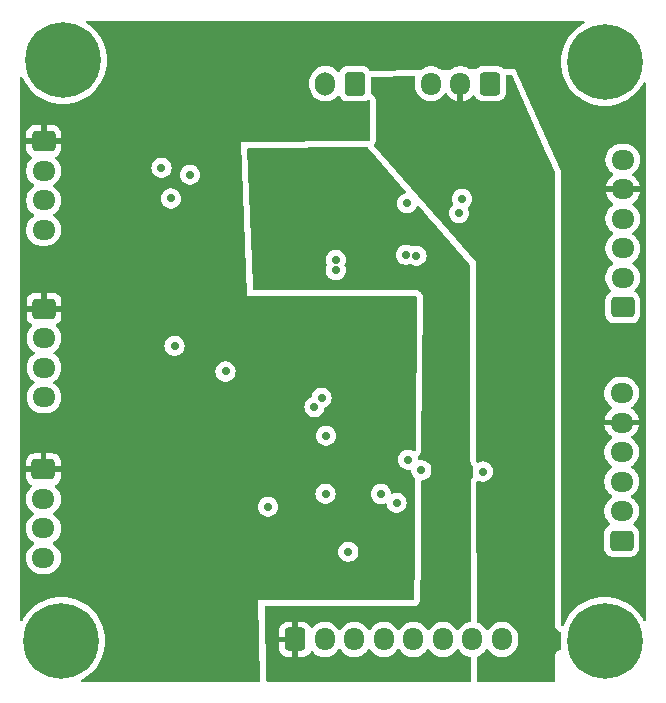
<source format=gbr>
%TF.GenerationSoftware,KiCad,Pcbnew,8.0.5*%
%TF.CreationDate,2024-10-08T13:01:26+02:00*%
%TF.ProjectId,ESE_AL8,4553455f-414c-4382-9e6b-696361645f70,rev?*%
%TF.SameCoordinates,Original*%
%TF.FileFunction,Copper,L3,Inr*%
%TF.FilePolarity,Positive*%
%FSLAX46Y46*%
G04 Gerber Fmt 4.6, Leading zero omitted, Abs format (unit mm)*
G04 Created by KiCad (PCBNEW 8.0.5) date 2024-10-08 13:01:26*
%MOMM*%
%LPD*%
G01*
G04 APERTURE LIST*
G04 Aperture macros list*
%AMRoundRect*
0 Rectangle with rounded corners*
0 $1 Rounding radius*
0 $2 $3 $4 $5 $6 $7 $8 $9 X,Y pos of 4 corners*
0 Add a 4 corners polygon primitive as box body*
4,1,4,$2,$3,$4,$5,$6,$7,$8,$9,$2,$3,0*
0 Add four circle primitives for the rounded corners*
1,1,$1+$1,$2,$3*
1,1,$1+$1,$4,$5*
1,1,$1+$1,$6,$7*
1,1,$1+$1,$8,$9*
0 Add four rect primitives between the rounded corners*
20,1,$1+$1,$2,$3,$4,$5,0*
20,1,$1+$1,$4,$5,$6,$7,0*
20,1,$1+$1,$6,$7,$8,$9,0*
20,1,$1+$1,$8,$9,$2,$3,0*%
G04 Aperture macros list end*
%TA.AperFunction,ComponentPad*%
%ADD10C,0.800000*%
%TD*%
%TA.AperFunction,ComponentPad*%
%ADD11C,6.400000*%
%TD*%
%TA.AperFunction,ComponentPad*%
%ADD12RoundRect,0.250000X0.725000X-0.600000X0.725000X0.600000X-0.725000X0.600000X-0.725000X-0.600000X0*%
%TD*%
%TA.AperFunction,ComponentPad*%
%ADD13O,1.950000X1.700000*%
%TD*%
%TA.AperFunction,ComponentPad*%
%ADD14RoundRect,0.250000X-0.725000X0.600000X-0.725000X-0.600000X0.725000X-0.600000X0.725000X0.600000X0*%
%TD*%
%TA.AperFunction,ComponentPad*%
%ADD15RoundRect,0.250000X0.600000X0.725000X-0.600000X0.725000X-0.600000X-0.725000X0.600000X-0.725000X0*%
%TD*%
%TA.AperFunction,ComponentPad*%
%ADD16O,1.700000X1.950000*%
%TD*%
%TA.AperFunction,ComponentPad*%
%ADD17RoundRect,0.250000X-0.600000X-0.725000X0.600000X-0.725000X0.600000X0.725000X-0.600000X0.725000X0*%
%TD*%
%TA.AperFunction,ComponentPad*%
%ADD18RoundRect,0.250000X0.600000X0.750000X-0.600000X0.750000X-0.600000X-0.750000X0.600000X-0.750000X0*%
%TD*%
%TA.AperFunction,ComponentPad*%
%ADD19O,1.700000X2.000000*%
%TD*%
%TA.AperFunction,ViaPad*%
%ADD20C,0.700000*%
%TD*%
G04 APERTURE END LIST*
D10*
%TO.N,GND*%
%TO.C,H4*%
X131600000Y-119000000D03*
X132302944Y-117302944D03*
X132302944Y-120697056D03*
X134000000Y-116600000D03*
D11*
X134000000Y-119000000D03*
D10*
X134000000Y-121400000D03*
X135697056Y-117302944D03*
X135697056Y-120697056D03*
X136400000Y-119000000D03*
%TD*%
%TO.N,GND*%
%TO.C,H3*%
X177600000Y-119000000D03*
X178302944Y-117302944D03*
X178302944Y-120697056D03*
X180000000Y-116600000D03*
D11*
X180000000Y-119000000D03*
D10*
X180000000Y-121400000D03*
X181697056Y-117302944D03*
X181697056Y-120697056D03*
X182400000Y-119000000D03*
%TD*%
D12*
%TO.N,/Actionneur/MOTEUR1-*%
%TO.C,J4*%
X181540000Y-90770000D03*
D13*
%TO.N,GND*%
X181540000Y-88270000D03*
%TO.N,/SENSORS/PHASE_A1*%
X181540000Y-85770000D03*
%TO.N,/SENSORS/PHASE_B1*%
X181540000Y-83270000D03*
%TO.N,+3.3V*%
X181540000Y-80770000D03*
%TO.N,/Actionneur/MOTEUR1+*%
X181540000Y-78270000D03*
%TD*%
D14*
%TO.N,+3.3V*%
%TO.C,J1*%
X132530000Y-90880000D03*
D13*
%TO.N,GND*%
X132530000Y-93380000D03*
%TO.N,/SENSORS/CB_OUT1*%
X132530000Y-95880000D03*
%TO.N,/SENSORS/CB_IN*%
X132530000Y-98380000D03*
%TD*%
D12*
%TO.N,/Actionneur/MOTEUR2-*%
%TO.C,J5*%
X181440000Y-110520000D03*
D13*
%TO.N,GND*%
X181440000Y-108020000D03*
%TO.N,/SENSORS/PHASE_A2*%
X181440000Y-105520000D03*
%TO.N,/SENSORS/PHASE_B2*%
X181440000Y-103020000D03*
%TO.N,+3.3V*%
X181440000Y-100520000D03*
%TO.N,/Actionneur/MOTEUR2+*%
X181440000Y-98020000D03*
%TD*%
D15*
%TO.N,unconnected-(SW2-C-Pad1)*%
%TO.C,SW2*%
X170290000Y-71830000D03*
D16*
%TO.N,+BATT*%
X167790000Y-71830000D03*
%TO.N,+7.2V*%
X165290000Y-71830000D03*
%TD*%
D14*
%TO.N,+3.3V*%
%TO.C,J8*%
X132500000Y-76710000D03*
D13*
%TO.N,GND*%
X132500000Y-79210000D03*
%TO.N,/Actionneur/SCL*%
X132500000Y-81710000D03*
%TO.N,/Actionneur/SDA*%
X132500000Y-84210000D03*
%TD*%
D14*
%TO.N,+3.3V*%
%TO.C,J2*%
X132490000Y-104490000D03*
D13*
%TO.N,GND*%
X132490000Y-106990000D03*
%TO.N,/SENSORS/CB_OUT2*%
X132490000Y-109490000D03*
%TO.N,/SENSORS/CB_IN*%
X132490000Y-111990000D03*
%TD*%
D17*
%TO.N,+5V*%
%TO.C,J3*%
X153810000Y-118890000D03*
D16*
%TO.N,/SENSORS/TX_LIDAR*%
X156310000Y-118890000D03*
%TO.N,/SENSORS/RX_LIDAR*%
X158810000Y-118890000D03*
%TO.N,GND*%
X161310000Y-118890000D03*
%TO.N,/SENSORS/M_EN_LIDAR*%
X163810000Y-118890000D03*
%TO.N,/SENSORS/DEV_EN_LIDAR*%
X166310000Y-118890000D03*
%TO.N,/SENSORS/M_SCTR_LIDAR*%
X168810000Y-118890000D03*
%TO.N,unconnected-(J3-Pin_8-Pad8)*%
X171310000Y-118890000D03*
%TD*%
D10*
%TO.N,GND*%
%TO.C,H2*%
X177600000Y-70000000D03*
X178302944Y-68302944D03*
X178302944Y-71697056D03*
X180000000Y-67600000D03*
D11*
X180000000Y-70000000D03*
D10*
X180000000Y-72400000D03*
X181697056Y-68302944D03*
X181697056Y-71697056D03*
X182400000Y-70000000D03*
%TD*%
D18*
%TO.N,+7.2V*%
%TO.C,J6*%
X158860000Y-71840000D03*
D19*
%TO.N,GND*%
X156360000Y-71840000D03*
%TD*%
D10*
%TO.N,GND*%
%TO.C,H1*%
X131740000Y-69840000D03*
X132442944Y-68142944D03*
X132442944Y-71537056D03*
X134140000Y-67440000D03*
D11*
X134140000Y-69840000D03*
D10*
X134140000Y-72240000D03*
X135837056Y-68142944D03*
X135837056Y-71537056D03*
X136540000Y-69840000D03*
%TD*%
D20*
%TO.N,+3.3V*%
X151170000Y-101780000D03*
X147440000Y-67560000D03*
%TO.N,GND*%
X143280000Y-81550000D03*
%TO.N,+3.3V*%
X138970000Y-92260000D03*
X138760000Y-87210000D03*
%TO.N,GND*%
X147900000Y-96200000D03*
%TO.N,+3.3V*%
X135870000Y-83880000D03*
X153640000Y-75500000D03*
%TO.N,GND*%
X156370000Y-106540000D03*
%TO.N,+3.3V*%
X160460000Y-112590000D03*
X161910000Y-104030000D03*
X161060000Y-95960000D03*
%TO.N,NRST*%
X151490000Y-107650000D03*
X142480000Y-78940000D03*
%TO.N,SWO*%
X156030000Y-98430000D03*
X144890000Y-79540000D03*
%TO.N,/SENSORS/TX_LIDAR*%
X158300000Y-111470000D03*
%TO.N,/SENSORS/PHASE_A1*%
X163340000Y-103660000D03*
%TO.N,/SENSORS/PHASE_B1*%
X164480000Y-104560000D03*
%TO.N,/SENSORS/PHASE_B2*%
X162380000Y-107310000D03*
%TO.N,/SENSORS/PHASE_A2*%
X156400000Y-101640000D03*
%TO.N,/SENSORS/INT1_ACCELERO*%
X155430000Y-99200000D03*
X143590000Y-94030000D03*
%TO.N,/Actionneur/FWD2*%
X169700000Y-104670000D03*
X161045023Y-106565023D03*
%TO.N,+BATT*%
X173190000Y-91030000D03*
X173680000Y-102360000D03*
X172950000Y-109930000D03*
X173880000Y-83340000D03*
X166820000Y-80650000D03*
%TO.N,/Alimentation/vcc*%
X167670000Y-82800000D03*
X164064199Y-86383239D03*
%TO.N,/Alimentation/sw*%
X157230000Y-86730000D03*
X163250000Y-81970000D03*
X157230000Y-87620000D03*
%TO.N,+5V*%
X166050000Y-89200000D03*
X167020000Y-96170000D03*
X166440000Y-93450000D03*
X155760000Y-79720000D03*
%TO.N,/Alimentation/en{slash}sync*%
X163166012Y-86326147D03*
X167920000Y-81580000D03*
%TD*%
%TA.AperFunction,Conductor*%
%TO.N,+3.3V*%
G36*
X178267646Y-66520185D02*
G01*
X178313401Y-66572989D01*
X178323345Y-66642147D01*
X178294320Y-66705703D01*
X178256902Y-66734985D01*
X178147206Y-66790877D01*
X177821917Y-67002122D01*
X177520488Y-67246215D01*
X177520480Y-67246222D01*
X177246222Y-67520480D01*
X177246215Y-67520488D01*
X177002122Y-67821917D01*
X176790877Y-68147206D01*
X176614787Y-68492802D01*
X176475788Y-68854905D01*
X176375397Y-69229570D01*
X176375397Y-69229572D01*
X176314722Y-69612660D01*
X176294422Y-69999999D01*
X176294422Y-70000000D01*
X176314722Y-70387339D01*
X176350056Y-70610427D01*
X176375398Y-70770433D01*
X176382973Y-70798705D01*
X176475788Y-71145094D01*
X176614787Y-71507197D01*
X176790877Y-71852793D01*
X177002122Y-72178082D01*
X177105902Y-72306239D01*
X177246219Y-72479516D01*
X177520484Y-72753781D01*
X177520488Y-72753784D01*
X177821917Y-72997877D01*
X178147206Y-73209122D01*
X178147211Y-73209125D01*
X178492806Y-73385214D01*
X178854913Y-73524214D01*
X179229567Y-73624602D01*
X179612662Y-73685278D01*
X179978576Y-73704455D01*
X179999999Y-73705578D01*
X180000000Y-73705578D01*
X180000001Y-73705578D01*
X180020301Y-73704514D01*
X180387338Y-73685278D01*
X180770433Y-73624602D01*
X181145087Y-73524214D01*
X181507194Y-73385214D01*
X181852789Y-73209125D01*
X182178084Y-72997876D01*
X182479516Y-72753781D01*
X182753781Y-72479516D01*
X182997876Y-72178084D01*
X183209125Y-71852789D01*
X183265015Y-71743097D01*
X183312989Y-71692302D01*
X183380810Y-71675507D01*
X183446945Y-71698044D01*
X183490397Y-71752759D01*
X183499500Y-71799393D01*
X183499500Y-117200606D01*
X183479815Y-117267645D01*
X183427011Y-117313400D01*
X183357853Y-117323344D01*
X183294297Y-117294319D01*
X183265015Y-117256901D01*
X183209122Y-117147206D01*
X182997877Y-116821917D01*
X182753784Y-116520488D01*
X182753781Y-116520484D01*
X182479516Y-116246219D01*
X182178084Y-116002124D01*
X182178082Y-116002122D01*
X181852793Y-115790877D01*
X181507197Y-115614787D01*
X181145094Y-115475788D01*
X181145087Y-115475786D01*
X180770433Y-115375398D01*
X180770429Y-115375397D01*
X180770428Y-115375397D01*
X180387339Y-115314722D01*
X180000001Y-115294422D01*
X179999999Y-115294422D01*
X179612660Y-115314722D01*
X179229572Y-115375397D01*
X179229570Y-115375397D01*
X178854905Y-115475788D01*
X178492802Y-115614787D01*
X178147206Y-115790877D01*
X177821917Y-116002122D01*
X177520488Y-116246215D01*
X177520480Y-116246222D01*
X177246222Y-116520480D01*
X177246215Y-116520488D01*
X177002122Y-116821917D01*
X176790877Y-117147206D01*
X176614787Y-117492802D01*
X176539764Y-117688245D01*
X176497362Y-117743777D01*
X176431668Y-117767570D01*
X176363540Y-117752068D01*
X176314607Y-117702195D01*
X176300000Y-117643807D01*
X176300000Y-97913713D01*
X179964500Y-97913713D01*
X179964500Y-98126286D01*
X179984441Y-98252192D01*
X179997754Y-98336243D01*
X180046506Y-98486287D01*
X180063444Y-98538414D01*
X180159951Y-98727820D01*
X180284890Y-98899786D01*
X180435209Y-99050105D01*
X180435214Y-99050109D01*
X180600218Y-99169991D01*
X180642884Y-99225320D01*
X180648863Y-99294934D01*
X180616258Y-99356729D01*
X180600218Y-99370627D01*
X180435540Y-99490272D01*
X180435535Y-99490276D01*
X180285276Y-99640535D01*
X180285272Y-99640540D01*
X180160379Y-99812442D01*
X180063904Y-100001782D01*
X179998242Y-100203870D01*
X179998242Y-100203873D01*
X179987769Y-100270000D01*
X181035854Y-100270000D01*
X180997370Y-100336657D01*
X180965000Y-100457465D01*
X180965000Y-100582535D01*
X180997370Y-100703343D01*
X181035854Y-100770000D01*
X179987769Y-100770000D01*
X179998242Y-100836126D01*
X179998242Y-100836129D01*
X180063904Y-101038217D01*
X180160379Y-101227557D01*
X180285272Y-101399459D01*
X180285276Y-101399464D01*
X180435535Y-101549723D01*
X180435540Y-101549727D01*
X180600218Y-101669372D01*
X180642884Y-101724701D01*
X180648863Y-101794315D01*
X180616258Y-101856110D01*
X180600218Y-101870008D01*
X180435214Y-101989890D01*
X180435209Y-101989894D01*
X180284890Y-102140213D01*
X180159951Y-102312179D01*
X180063444Y-102501585D01*
X179997753Y-102703760D01*
X179964500Y-102913713D01*
X179964500Y-103126286D01*
X179997753Y-103336239D01*
X180063444Y-103538414D01*
X180159951Y-103727820D01*
X180284890Y-103899786D01*
X180435209Y-104050105D01*
X180435214Y-104050109D01*
X180599793Y-104169682D01*
X180642459Y-104225011D01*
X180648438Y-104294625D01*
X180615833Y-104356420D01*
X180599793Y-104370318D01*
X180435214Y-104489890D01*
X180435209Y-104489894D01*
X180284890Y-104640213D01*
X180159951Y-104812179D01*
X180063444Y-105001585D01*
X179997753Y-105203760D01*
X179964500Y-105413713D01*
X179964500Y-105626286D01*
X179996727Y-105829763D01*
X179997754Y-105836243D01*
X180063093Y-106037336D01*
X180063444Y-106038414D01*
X180159951Y-106227820D01*
X180284890Y-106399786D01*
X180435209Y-106550105D01*
X180435214Y-106550109D01*
X180599793Y-106669682D01*
X180642459Y-106725011D01*
X180648438Y-106794625D01*
X180615833Y-106856420D01*
X180599793Y-106870318D01*
X180435214Y-106989890D01*
X180435209Y-106989894D01*
X180284890Y-107140213D01*
X180159951Y-107312179D01*
X180063444Y-107501585D01*
X179997753Y-107703760D01*
X179978106Y-107827807D01*
X179964500Y-107913713D01*
X179964500Y-108126287D01*
X179966622Y-108139682D01*
X179989720Y-108285523D01*
X179997754Y-108336243D01*
X180037931Y-108459896D01*
X180063444Y-108538414D01*
X180159951Y-108727820D01*
X180284890Y-108899786D01*
X180423705Y-109038601D01*
X180457190Y-109099924D01*
X180452206Y-109169616D01*
X180410334Y-109225549D01*
X180401121Y-109231821D01*
X180246342Y-109327289D01*
X180122289Y-109451342D01*
X180030187Y-109600663D01*
X180030186Y-109600666D01*
X179975001Y-109767203D01*
X179975001Y-109767204D01*
X179975000Y-109767204D01*
X179964500Y-109869983D01*
X179964500Y-111170001D01*
X179964501Y-111170018D01*
X179975000Y-111272796D01*
X179975001Y-111272799D01*
X180030185Y-111439331D01*
X180030186Y-111439334D01*
X180122288Y-111588656D01*
X180246344Y-111712712D01*
X180395666Y-111804814D01*
X180562203Y-111859999D01*
X180664991Y-111870500D01*
X182215008Y-111870499D01*
X182317797Y-111859999D01*
X182484334Y-111804814D01*
X182633656Y-111712712D01*
X182757712Y-111588656D01*
X182849814Y-111439334D01*
X182904999Y-111272797D01*
X182915500Y-111170009D01*
X182915499Y-109869992D01*
X182904999Y-109767203D01*
X182849814Y-109600666D01*
X182757712Y-109451344D01*
X182633656Y-109327288D01*
X182484334Y-109235186D01*
X182484333Y-109235185D01*
X182478878Y-109231821D01*
X182432154Y-109179873D01*
X182420931Y-109110910D01*
X182448775Y-109046828D01*
X182456272Y-109038623D01*
X182595104Y-108899792D01*
X182720051Y-108727816D01*
X182816557Y-108538412D01*
X182882246Y-108336243D01*
X182915500Y-108126287D01*
X182915500Y-107913713D01*
X182882246Y-107703757D01*
X182816557Y-107501588D01*
X182720051Y-107312184D01*
X182720049Y-107312181D01*
X182720048Y-107312179D01*
X182595109Y-107140213D01*
X182444792Y-106989896D01*
X182406622Y-106962164D01*
X182280204Y-106870316D01*
X182237540Y-106814989D01*
X182231561Y-106745376D01*
X182264166Y-106683580D01*
X182280199Y-106669686D01*
X182444792Y-106550104D01*
X182595104Y-106399792D01*
X182595106Y-106399788D01*
X182595109Y-106399786D01*
X182720048Y-106227820D01*
X182720047Y-106227820D01*
X182720051Y-106227816D01*
X182816557Y-106038412D01*
X182882246Y-105836243D01*
X182915500Y-105626287D01*
X182915500Y-105413713D01*
X182882246Y-105203757D01*
X182816557Y-105001588D01*
X182720051Y-104812184D01*
X182720049Y-104812181D01*
X182720048Y-104812179D01*
X182595109Y-104640213D01*
X182444792Y-104489896D01*
X182358862Y-104427465D01*
X182280204Y-104370316D01*
X182237540Y-104314989D01*
X182231561Y-104245376D01*
X182264166Y-104183580D01*
X182280199Y-104169686D01*
X182444792Y-104050104D01*
X182595104Y-103899792D01*
X182595106Y-103899788D01*
X182595109Y-103899786D01*
X182720048Y-103727820D01*
X182720047Y-103727820D01*
X182720051Y-103727816D01*
X182816557Y-103538412D01*
X182882246Y-103336243D01*
X182915500Y-103126287D01*
X182915500Y-102913713D01*
X182882246Y-102703757D01*
X182816557Y-102501588D01*
X182720051Y-102312184D01*
X182720049Y-102312181D01*
X182720048Y-102312179D01*
X182595109Y-102140213D01*
X182444790Y-101989894D01*
X182444785Y-101989890D01*
X182279781Y-101870008D01*
X182237115Y-101814678D01*
X182231136Y-101745065D01*
X182263741Y-101683270D01*
X182279781Y-101669371D01*
X182444466Y-101549721D01*
X182594723Y-101399464D01*
X182594727Y-101399459D01*
X182719620Y-101227557D01*
X182816095Y-101038217D01*
X182881757Y-100836129D01*
X182881757Y-100836126D01*
X182892231Y-100770000D01*
X181844146Y-100770000D01*
X181882630Y-100703343D01*
X181915000Y-100582535D01*
X181915000Y-100457465D01*
X181882630Y-100336657D01*
X181844146Y-100270000D01*
X182892231Y-100270000D01*
X182881757Y-100203873D01*
X182881757Y-100203870D01*
X182816095Y-100001782D01*
X182719620Y-99812442D01*
X182594727Y-99640540D01*
X182594723Y-99640535D01*
X182444464Y-99490276D01*
X182444459Y-99490272D01*
X182279781Y-99370627D01*
X182237115Y-99315297D01*
X182231136Y-99245684D01*
X182263741Y-99183889D01*
X182279776Y-99169994D01*
X182444792Y-99050104D01*
X182595104Y-98899792D01*
X182595106Y-98899788D01*
X182595109Y-98899786D01*
X182720048Y-98727820D01*
X182720047Y-98727820D01*
X182720051Y-98727816D01*
X182816557Y-98538412D01*
X182882246Y-98336243D01*
X182915500Y-98126287D01*
X182915500Y-97913713D01*
X182882246Y-97703757D01*
X182816557Y-97501588D01*
X182720051Y-97312184D01*
X182720049Y-97312181D01*
X182720048Y-97312179D01*
X182595109Y-97140213D01*
X182444786Y-96989890D01*
X182272820Y-96864951D01*
X182083414Y-96768444D01*
X182083413Y-96768443D01*
X182083412Y-96768443D01*
X181881243Y-96702754D01*
X181881241Y-96702753D01*
X181881240Y-96702753D01*
X181719957Y-96677208D01*
X181671287Y-96669500D01*
X181208713Y-96669500D01*
X181160042Y-96677208D01*
X180998760Y-96702753D01*
X180796585Y-96768444D01*
X180607179Y-96864951D01*
X180435213Y-96989890D01*
X180284890Y-97140213D01*
X180159951Y-97312179D01*
X180063444Y-97501585D01*
X179997753Y-97703760D01*
X179964500Y-97913713D01*
X176300000Y-97913713D01*
X176300000Y-79199999D01*
X176299999Y-79199997D01*
X175833971Y-78163713D01*
X180064500Y-78163713D01*
X180064500Y-78376287D01*
X180097754Y-78586243D01*
X180154925Y-78762197D01*
X180163444Y-78788414D01*
X180259951Y-78977820D01*
X180384890Y-79149786D01*
X180535209Y-79300105D01*
X180535214Y-79300109D01*
X180700218Y-79419991D01*
X180742884Y-79475320D01*
X180748863Y-79544934D01*
X180716258Y-79606729D01*
X180700218Y-79620627D01*
X180535540Y-79740272D01*
X180535535Y-79740276D01*
X180385276Y-79890535D01*
X180385272Y-79890540D01*
X180260379Y-80062442D01*
X180163904Y-80251782D01*
X180098242Y-80453870D01*
X180098242Y-80453873D01*
X180087769Y-80520000D01*
X181135854Y-80520000D01*
X181097370Y-80586657D01*
X181065000Y-80707465D01*
X181065000Y-80832535D01*
X181097370Y-80953343D01*
X181135854Y-81020000D01*
X180087769Y-81020000D01*
X180098242Y-81086126D01*
X180098242Y-81086129D01*
X180163904Y-81288217D01*
X180260379Y-81477557D01*
X180385272Y-81649459D01*
X180385276Y-81649464D01*
X180535535Y-81799723D01*
X180535540Y-81799727D01*
X180700218Y-81919372D01*
X180742884Y-81974701D01*
X180748863Y-82044315D01*
X180716258Y-82106110D01*
X180700218Y-82120008D01*
X180535214Y-82239890D01*
X180535209Y-82239894D01*
X180384890Y-82390213D01*
X180259951Y-82562179D01*
X180163444Y-82751585D01*
X180097753Y-82953760D01*
X180064500Y-83163713D01*
X180064500Y-83376286D01*
X180090526Y-83540612D01*
X180097754Y-83586243D01*
X180130763Y-83687835D01*
X180163444Y-83788414D01*
X180259951Y-83977820D01*
X180384890Y-84149786D01*
X180535209Y-84300105D01*
X180535214Y-84300109D01*
X180699793Y-84419682D01*
X180742459Y-84475011D01*
X180748438Y-84544625D01*
X180715833Y-84606420D01*
X180699793Y-84620318D01*
X180535214Y-84739890D01*
X180535209Y-84739894D01*
X180384890Y-84890213D01*
X180259951Y-85062179D01*
X180163444Y-85251585D01*
X180097753Y-85453760D01*
X180064500Y-85663713D01*
X180064500Y-85876286D01*
X180082413Y-85989388D01*
X180097754Y-86086243D01*
X180136482Y-86205436D01*
X180163444Y-86288414D01*
X180259951Y-86477820D01*
X180384890Y-86649786D01*
X180535209Y-86800105D01*
X180535214Y-86800109D01*
X180699793Y-86919682D01*
X180742459Y-86975011D01*
X180748438Y-87044625D01*
X180715833Y-87106420D01*
X180699793Y-87120318D01*
X180535214Y-87239890D01*
X180535209Y-87239894D01*
X180384890Y-87390213D01*
X180259951Y-87562179D01*
X180163444Y-87751585D01*
X180097753Y-87953760D01*
X180064500Y-88163713D01*
X180064500Y-88376286D01*
X180097753Y-88586239D01*
X180163444Y-88788414D01*
X180259951Y-88977820D01*
X180384890Y-89149786D01*
X180523705Y-89288601D01*
X180557190Y-89349924D01*
X180552206Y-89419616D01*
X180510334Y-89475549D01*
X180501121Y-89481821D01*
X180346342Y-89577289D01*
X180222289Y-89701342D01*
X180130187Y-89850663D01*
X180130186Y-89850666D01*
X180075001Y-90017203D01*
X180075001Y-90017204D01*
X180075000Y-90017204D01*
X180064500Y-90119983D01*
X180064500Y-91420001D01*
X180064501Y-91420018D01*
X180075000Y-91522796D01*
X180075001Y-91522799D01*
X180111416Y-91632690D01*
X180130186Y-91689334D01*
X180222288Y-91838656D01*
X180346344Y-91962712D01*
X180495666Y-92054814D01*
X180662203Y-92109999D01*
X180764991Y-92120500D01*
X182315008Y-92120499D01*
X182417797Y-92109999D01*
X182584334Y-92054814D01*
X182733656Y-91962712D01*
X182857712Y-91838656D01*
X182949814Y-91689334D01*
X183004999Y-91522797D01*
X183015500Y-91420009D01*
X183015499Y-90119992D01*
X183004999Y-90017203D01*
X182949814Y-89850666D01*
X182857712Y-89701344D01*
X182733656Y-89577288D01*
X182584334Y-89485186D01*
X182584333Y-89485185D01*
X182578878Y-89481821D01*
X182532154Y-89429873D01*
X182520931Y-89360910D01*
X182548775Y-89296828D01*
X182556272Y-89288623D01*
X182695104Y-89149792D01*
X182820051Y-88977816D01*
X182916557Y-88788412D01*
X182982246Y-88586243D01*
X183015500Y-88376287D01*
X183015500Y-88163713D01*
X182982246Y-87953757D01*
X182916557Y-87751588D01*
X182820051Y-87562184D01*
X182820049Y-87562181D01*
X182820048Y-87562179D01*
X182695109Y-87390213D01*
X182544792Y-87239896D01*
X182544784Y-87239890D01*
X182380204Y-87120316D01*
X182337540Y-87064989D01*
X182331561Y-86995376D01*
X182364166Y-86933580D01*
X182380199Y-86919686D01*
X182544792Y-86800104D01*
X182695104Y-86649792D01*
X182695106Y-86649788D01*
X182695109Y-86649786D01*
X182820048Y-86477820D01*
X182820047Y-86477820D01*
X182820051Y-86477816D01*
X182916557Y-86288412D01*
X182982246Y-86086243D01*
X183015500Y-85876287D01*
X183015500Y-85663713D01*
X182982246Y-85453757D01*
X182916557Y-85251588D01*
X182820051Y-85062184D01*
X182820049Y-85062181D01*
X182820048Y-85062179D01*
X182695109Y-84890213D01*
X182544792Y-84739896D01*
X182528988Y-84728414D01*
X182380204Y-84620316D01*
X182337540Y-84564989D01*
X182331561Y-84495376D01*
X182364166Y-84433580D01*
X182380199Y-84419686D01*
X182544792Y-84300104D01*
X182695104Y-84149792D01*
X182695106Y-84149788D01*
X182695109Y-84149786D01*
X182820048Y-83977820D01*
X182820047Y-83977820D01*
X182820051Y-83977816D01*
X182916557Y-83788412D01*
X182982246Y-83586243D01*
X183015500Y-83376287D01*
X183015500Y-83163713D01*
X182982246Y-82953757D01*
X182916557Y-82751588D01*
X182820051Y-82562184D01*
X182820049Y-82562181D01*
X182820048Y-82562179D01*
X182695109Y-82390213D01*
X182544790Y-82239894D01*
X182544785Y-82239890D01*
X182379781Y-82120008D01*
X182337115Y-82064678D01*
X182331136Y-81995065D01*
X182363741Y-81933270D01*
X182379781Y-81919371D01*
X182544466Y-81799721D01*
X182694723Y-81649464D01*
X182694727Y-81649459D01*
X182819620Y-81477557D01*
X182916095Y-81288217D01*
X182981757Y-81086129D01*
X182981757Y-81086126D01*
X182992231Y-81020000D01*
X181944146Y-81020000D01*
X181982630Y-80953343D01*
X182015000Y-80832535D01*
X182015000Y-80707465D01*
X181982630Y-80586657D01*
X181944146Y-80520000D01*
X182992231Y-80520000D01*
X182981757Y-80453873D01*
X182981757Y-80453870D01*
X182916095Y-80251782D01*
X182819620Y-80062442D01*
X182694727Y-79890540D01*
X182694723Y-79890535D01*
X182544464Y-79740276D01*
X182544459Y-79740272D01*
X182379781Y-79620627D01*
X182337115Y-79565297D01*
X182331136Y-79495684D01*
X182363741Y-79433889D01*
X182379776Y-79419994D01*
X182544792Y-79300104D01*
X182695104Y-79149792D01*
X182695106Y-79149788D01*
X182695109Y-79149786D01*
X182820048Y-78977820D01*
X182820047Y-78977820D01*
X182820051Y-78977816D01*
X182916557Y-78788412D01*
X182982246Y-78586243D01*
X183015500Y-78376287D01*
X183015500Y-78163713D01*
X182982246Y-77953757D01*
X182916557Y-77751588D01*
X182820051Y-77562184D01*
X182820049Y-77562181D01*
X182820048Y-77562179D01*
X182695109Y-77390213D01*
X182544786Y-77239890D01*
X182372820Y-77114951D01*
X182183414Y-77018444D01*
X182183413Y-77018443D01*
X182183412Y-77018443D01*
X181981243Y-76952754D01*
X181981241Y-76952753D01*
X181981240Y-76952753D01*
X181819957Y-76927208D01*
X181771287Y-76919500D01*
X181308713Y-76919500D01*
X181260042Y-76927208D01*
X181098760Y-76952753D01*
X180896585Y-77018444D01*
X180707179Y-77114951D01*
X180535213Y-77239890D01*
X180384890Y-77390213D01*
X180259951Y-77562179D01*
X180163444Y-77751585D01*
X180097753Y-77953760D01*
X180080923Y-78060020D01*
X180064500Y-78163713D01*
X175833971Y-78163713D01*
X172410000Y-70550000D01*
X171464083Y-70564446D01*
X171396751Y-70545787D01*
X171374509Y-70528141D01*
X171358657Y-70512289D01*
X171358656Y-70512288D01*
X171238935Y-70438444D01*
X171209336Y-70420187D01*
X171209331Y-70420185D01*
X171164064Y-70405185D01*
X171042797Y-70365001D01*
X171042795Y-70365000D01*
X170940010Y-70354500D01*
X169639998Y-70354500D01*
X169639981Y-70354501D01*
X169537203Y-70365000D01*
X169537200Y-70365001D01*
X169370668Y-70420185D01*
X169370663Y-70420187D01*
X169278857Y-70476813D01*
X169221344Y-70512288D01*
X169221342Y-70512289D01*
X169221340Y-70512291D01*
X169169124Y-70564506D01*
X169107800Y-70597990D01*
X169083338Y-70600809D01*
X168619768Y-70607889D01*
X168552435Y-70589230D01*
X168544989Y-70584222D01*
X168497815Y-70549948D01*
X168308414Y-70453444D01*
X168308413Y-70453443D01*
X168308412Y-70453443D01*
X168106243Y-70387754D01*
X168106241Y-70387753D01*
X168106240Y-70387753D01*
X167944957Y-70362208D01*
X167896287Y-70354500D01*
X167683713Y-70354500D01*
X167635042Y-70362208D01*
X167473760Y-70387753D01*
X167271585Y-70453444D01*
X167082181Y-70549950D01*
X166999454Y-70610054D01*
X166933647Y-70633533D01*
X166928464Y-70633721D01*
X166171242Y-70645286D01*
X166103909Y-70626627D01*
X166096464Y-70621619D01*
X165997816Y-70549949D01*
X165997814Y-70549948D01*
X165808414Y-70453444D01*
X165808413Y-70453443D01*
X165808412Y-70453443D01*
X165606243Y-70387754D01*
X165606241Y-70387753D01*
X165606240Y-70387753D01*
X165444957Y-70362208D01*
X165396287Y-70354500D01*
X165183713Y-70354500D01*
X165135042Y-70362208D01*
X164973760Y-70387753D01*
X164771585Y-70453444D01*
X164582185Y-70549948D01*
X164582183Y-70549949D01*
X164445768Y-70649058D01*
X164379961Y-70672537D01*
X164374778Y-70672725D01*
X160194891Y-70736567D01*
X160127558Y-70717908D01*
X160087458Y-70677677D01*
X160052713Y-70621345D01*
X159928657Y-70497289D01*
X159928656Y-70497288D01*
X159803653Y-70420186D01*
X159779336Y-70405187D01*
X159779331Y-70405185D01*
X159777862Y-70404698D01*
X159612797Y-70350001D01*
X159612795Y-70350000D01*
X159510010Y-70339500D01*
X158209998Y-70339500D01*
X158209981Y-70339501D01*
X158107203Y-70350000D01*
X158107200Y-70350001D01*
X157940668Y-70405185D01*
X157940663Y-70405187D01*
X157791342Y-70497289D01*
X157667289Y-70621342D01*
X157571821Y-70776121D01*
X157519873Y-70822845D01*
X157450910Y-70834068D01*
X157386828Y-70806224D01*
X157378601Y-70798705D01*
X157239786Y-70659890D01*
X157067820Y-70534951D01*
X156878414Y-70438444D01*
X156878413Y-70438443D01*
X156878412Y-70438443D01*
X156676243Y-70372754D01*
X156676241Y-70372753D01*
X156676240Y-70372753D01*
X156514957Y-70347208D01*
X156466287Y-70339500D01*
X156253713Y-70339500D01*
X156205042Y-70347208D01*
X156043760Y-70372753D01*
X155841585Y-70438444D01*
X155652179Y-70534951D01*
X155480213Y-70659890D01*
X155329890Y-70810213D01*
X155204951Y-70982179D01*
X155108444Y-71171585D01*
X155042753Y-71373760D01*
X155009500Y-71583713D01*
X155009500Y-72096286D01*
X155037210Y-72271243D01*
X155042754Y-72306243D01*
X155099052Y-72479511D01*
X155108444Y-72508414D01*
X155204951Y-72697820D01*
X155329890Y-72869786D01*
X155480213Y-73020109D01*
X155652179Y-73145048D01*
X155652181Y-73145049D01*
X155652184Y-73145051D01*
X155841588Y-73241557D01*
X156043757Y-73307246D01*
X156253713Y-73340500D01*
X156253714Y-73340500D01*
X156466286Y-73340500D01*
X156466287Y-73340500D01*
X156676243Y-73307246D01*
X156878412Y-73241557D01*
X157067816Y-73145051D01*
X157239792Y-73020104D01*
X157378604Y-72881291D01*
X157439923Y-72847809D01*
X157509615Y-72852793D01*
X157565549Y-72894664D01*
X157571821Y-72903878D01*
X157575185Y-72909333D01*
X157575186Y-72909334D01*
X157667288Y-73058656D01*
X157791344Y-73182712D01*
X157940666Y-73274814D01*
X158107203Y-73329999D01*
X158209991Y-73340500D01*
X159510008Y-73340499D01*
X159612797Y-73329999D01*
X159779334Y-73274814D01*
X159928656Y-73182712D01*
X159928657Y-73182710D01*
X159934803Y-73178920D01*
X159936193Y-73181173D01*
X159989551Y-73159627D01*
X160058197Y-73172645D01*
X160108908Y-73220710D01*
X160125706Y-73283238D01*
X160120206Y-76566888D01*
X160100409Y-76633894D01*
X160047528Y-76679560D01*
X159996889Y-76690678D01*
X149230000Y-76749999D01*
X149229999Y-76750000D01*
X149719999Y-89769999D01*
X149720000Y-89770000D01*
X157919604Y-89770000D01*
X157920206Y-89770001D01*
X163975546Y-89799395D01*
X164042487Y-89819405D01*
X164087985Y-89872431D01*
X164098937Y-89924453D01*
X163988695Y-102837727D01*
X163968439Y-102904596D01*
X163915247Y-102949898D01*
X163846006Y-102959251D01*
X163791814Y-102936986D01*
X163767594Y-102919389D01*
X163767593Y-102919388D01*
X163604267Y-102846671D01*
X163604265Y-102846670D01*
X163476594Y-102819533D01*
X163429391Y-102809500D01*
X163250609Y-102809500D01*
X163219954Y-102816015D01*
X163075733Y-102846670D01*
X163075728Y-102846672D01*
X162912408Y-102919387D01*
X162767768Y-103024475D01*
X162648140Y-103157336D01*
X162558750Y-103312164D01*
X162558747Y-103312170D01*
X162503504Y-103482192D01*
X162503503Y-103482194D01*
X162484815Y-103660000D01*
X162503503Y-103837805D01*
X162503504Y-103837807D01*
X162558747Y-104007829D01*
X162558750Y-104007835D01*
X162648141Y-104162665D01*
X162666973Y-104183580D01*
X162767764Y-104295521D01*
X162767767Y-104295523D01*
X162767770Y-104295526D01*
X162912407Y-104400612D01*
X163075733Y-104473329D01*
X163250609Y-104510500D01*
X163250610Y-104510500D01*
X163429389Y-104510500D01*
X163429391Y-104510500D01*
X163480750Y-104499583D01*
X163550416Y-104504899D01*
X163606149Y-104547035D01*
X163629851Y-104607911D01*
X163643503Y-104737805D01*
X163643504Y-104737807D01*
X163698747Y-104907829D01*
X163698750Y-104907835D01*
X163788141Y-105062665D01*
X163907770Y-105195526D01*
X163915832Y-105201383D01*
X163916536Y-105201895D01*
X163959202Y-105257225D01*
X163967646Y-105303272D01*
X163907863Y-112306239D01*
X163881662Y-115375397D01*
X163881050Y-115447059D01*
X163860794Y-115513928D01*
X163807602Y-115559230D01*
X163757055Y-115570000D01*
X150680000Y-115570000D01*
X150857520Y-122372267D01*
X150839592Y-122439795D01*
X150788000Y-122486912D01*
X150733563Y-122499500D01*
X135799393Y-122499500D01*
X135732354Y-122479815D01*
X135686599Y-122427011D01*
X135676655Y-122357853D01*
X135705680Y-122294297D01*
X135743098Y-122265015D01*
X135852789Y-122209125D01*
X136178084Y-121997876D01*
X136479516Y-121753781D01*
X136753781Y-121479516D01*
X136997876Y-121178084D01*
X137209125Y-120852789D01*
X137385214Y-120507194D01*
X137524214Y-120145087D01*
X137624602Y-119770433D01*
X137685278Y-119387338D01*
X137705578Y-119000000D01*
X137685278Y-118612662D01*
X137624602Y-118229567D01*
X137524214Y-117854913D01*
X137385214Y-117492806D01*
X137209125Y-117147211D01*
X136997876Y-116821916D01*
X136753781Y-116520484D01*
X136479516Y-116246219D01*
X136178084Y-116002124D01*
X136178082Y-116002122D01*
X135852793Y-115790877D01*
X135507197Y-115614787D01*
X135145094Y-115475788D01*
X135145087Y-115475786D01*
X134770433Y-115375398D01*
X134770429Y-115375397D01*
X134770428Y-115375397D01*
X134387339Y-115314722D01*
X134000001Y-115294422D01*
X133999999Y-115294422D01*
X133612660Y-115314722D01*
X133229572Y-115375397D01*
X133229570Y-115375397D01*
X132854905Y-115475788D01*
X132492802Y-115614787D01*
X132147206Y-115790877D01*
X131821917Y-116002122D01*
X131520488Y-116246215D01*
X131520480Y-116246222D01*
X131246222Y-116520480D01*
X131246215Y-116520488D01*
X131002122Y-116821917D01*
X130790877Y-117147206D01*
X130734985Y-117256901D01*
X130687010Y-117307697D01*
X130619189Y-117324492D01*
X130553054Y-117301955D01*
X130509603Y-117247240D01*
X130500500Y-117200606D01*
X130500500Y-106883713D01*
X131014500Y-106883713D01*
X131014500Y-107096287D01*
X131021457Y-107140213D01*
X131047657Y-107305635D01*
X131047754Y-107306243D01*
X131106747Y-107487805D01*
X131113444Y-107508414D01*
X131209951Y-107697820D01*
X131334890Y-107869786D01*
X131485209Y-108020105D01*
X131485214Y-108020109D01*
X131649793Y-108139682D01*
X131692459Y-108195011D01*
X131698438Y-108264625D01*
X131665833Y-108326420D01*
X131649793Y-108340318D01*
X131485214Y-108459890D01*
X131485209Y-108459894D01*
X131334890Y-108610213D01*
X131209951Y-108782179D01*
X131113444Y-108971585D01*
X131047753Y-109173760D01*
X131014500Y-109383713D01*
X131014500Y-109596286D01*
X131041570Y-109767203D01*
X131047754Y-109806243D01*
X131087965Y-109930000D01*
X131113444Y-110008414D01*
X131209951Y-110197820D01*
X131334890Y-110369786D01*
X131485209Y-110520105D01*
X131485214Y-110520109D01*
X131649793Y-110639682D01*
X131692459Y-110695011D01*
X131698438Y-110764625D01*
X131665833Y-110826420D01*
X131649793Y-110840318D01*
X131485214Y-110959890D01*
X131485209Y-110959894D01*
X131334890Y-111110213D01*
X131209951Y-111282179D01*
X131113444Y-111471585D01*
X131047753Y-111673760D01*
X131014500Y-111883713D01*
X131014500Y-112096286D01*
X131044124Y-112283329D01*
X131047754Y-112306243D01*
X131052386Y-112320500D01*
X131113444Y-112508414D01*
X131209951Y-112697820D01*
X131334890Y-112869786D01*
X131485213Y-113020109D01*
X131657179Y-113145048D01*
X131657181Y-113145049D01*
X131657184Y-113145051D01*
X131846588Y-113241557D01*
X132048757Y-113307246D01*
X132258713Y-113340500D01*
X132258714Y-113340500D01*
X132721286Y-113340500D01*
X132721287Y-113340500D01*
X132931243Y-113307246D01*
X133133412Y-113241557D01*
X133322816Y-113145051D01*
X133344789Y-113129086D01*
X133494786Y-113020109D01*
X133494788Y-113020106D01*
X133494792Y-113020104D01*
X133645104Y-112869792D01*
X133645106Y-112869788D01*
X133645109Y-112869786D01*
X133770048Y-112697820D01*
X133770047Y-112697820D01*
X133770051Y-112697816D01*
X133866557Y-112508412D01*
X133932246Y-112306243D01*
X133965500Y-112096287D01*
X133965500Y-111883713D01*
X133932246Y-111673757D01*
X133866557Y-111471588D01*
X133865748Y-111470000D01*
X157444815Y-111470000D01*
X157463503Y-111647805D01*
X157463504Y-111647807D01*
X157518747Y-111817829D01*
X157518750Y-111817835D01*
X157608141Y-111972665D01*
X157649812Y-112018946D01*
X157727764Y-112105521D01*
X157727767Y-112105523D01*
X157727770Y-112105526D01*
X157872407Y-112210612D01*
X158035733Y-112283329D01*
X158210609Y-112320500D01*
X158210610Y-112320500D01*
X158389389Y-112320500D01*
X158389391Y-112320500D01*
X158564267Y-112283329D01*
X158727593Y-112210612D01*
X158872230Y-112105526D01*
X158991859Y-111972665D01*
X159081250Y-111817835D01*
X159136497Y-111647803D01*
X159155185Y-111470000D01*
X159136497Y-111292197D01*
X159108873Y-111207181D01*
X159081252Y-111122170D01*
X159081249Y-111122164D01*
X158991859Y-110967335D01*
X158945003Y-110915296D01*
X158872235Y-110834478D01*
X158872232Y-110834476D01*
X158872231Y-110834475D01*
X158872230Y-110834474D01*
X158727593Y-110729388D01*
X158564267Y-110656671D01*
X158564265Y-110656670D01*
X158436594Y-110629533D01*
X158389391Y-110619500D01*
X158210609Y-110619500D01*
X158179954Y-110626015D01*
X158035733Y-110656670D01*
X158035728Y-110656672D01*
X157872408Y-110729387D01*
X157727768Y-110834475D01*
X157608140Y-110967336D01*
X157518750Y-111122164D01*
X157518747Y-111122170D01*
X157463504Y-111292192D01*
X157463503Y-111292194D01*
X157444815Y-111470000D01*
X133865748Y-111470000D01*
X133770051Y-111282184D01*
X133770049Y-111282181D01*
X133770048Y-111282179D01*
X133645109Y-111110213D01*
X133494792Y-110959896D01*
X133494784Y-110959890D01*
X133330204Y-110840316D01*
X133287540Y-110784989D01*
X133281561Y-110715376D01*
X133314166Y-110653580D01*
X133330199Y-110639686D01*
X133494792Y-110520104D01*
X133645104Y-110369792D01*
X133645106Y-110369788D01*
X133645109Y-110369786D01*
X133770048Y-110197820D01*
X133770047Y-110197820D01*
X133770051Y-110197816D01*
X133866557Y-110008412D01*
X133932246Y-109806243D01*
X133965500Y-109596287D01*
X133965500Y-109383713D01*
X133932246Y-109173757D01*
X133866557Y-108971588D01*
X133770051Y-108782184D01*
X133770049Y-108782181D01*
X133770048Y-108782179D01*
X133645109Y-108610213D01*
X133494792Y-108459896D01*
X133494784Y-108459890D01*
X133330204Y-108340316D01*
X133287540Y-108284989D01*
X133281561Y-108215376D01*
X133314166Y-108153580D01*
X133330199Y-108139686D01*
X133494792Y-108020104D01*
X133645104Y-107869792D01*
X133645106Y-107869788D01*
X133645109Y-107869786D01*
X133770048Y-107697820D01*
X133770047Y-107697820D01*
X133770051Y-107697816D01*
X133794414Y-107650000D01*
X150634815Y-107650000D01*
X150653503Y-107827805D01*
X150653504Y-107827807D01*
X150708747Y-107997829D01*
X150708750Y-107997835D01*
X150798141Y-108152665D01*
X150805196Y-108160500D01*
X150917764Y-108285521D01*
X150917767Y-108285523D01*
X150917770Y-108285526D01*
X151062407Y-108390612D01*
X151225733Y-108463329D01*
X151400609Y-108500500D01*
X151400610Y-108500500D01*
X151579389Y-108500500D01*
X151579391Y-108500500D01*
X151754267Y-108463329D01*
X151917593Y-108390612D01*
X152062230Y-108285526D01*
X152081050Y-108264625D01*
X152103222Y-108240000D01*
X152181859Y-108152665D01*
X152271250Y-107997835D01*
X152326497Y-107827803D01*
X152345185Y-107650000D01*
X152326497Y-107472197D01*
X152284765Y-107343760D01*
X152271252Y-107302170D01*
X152271249Y-107302164D01*
X152198132Y-107175521D01*
X152181859Y-107147335D01*
X152135003Y-107095296D01*
X152062235Y-107014478D01*
X152062232Y-107014476D01*
X152062231Y-107014475D01*
X152062230Y-107014474D01*
X151917593Y-106909388D01*
X151754267Y-106836671D01*
X151754265Y-106836670D01*
X151626594Y-106809533D01*
X151579391Y-106799500D01*
X151400609Y-106799500D01*
X151369954Y-106806015D01*
X151225733Y-106836670D01*
X151225728Y-106836672D01*
X151062408Y-106909387D01*
X150917768Y-107014475D01*
X150798140Y-107147336D01*
X150708750Y-107302164D01*
X150708747Y-107302170D01*
X150653504Y-107472192D01*
X150653503Y-107472194D01*
X150634815Y-107650000D01*
X133794414Y-107650000D01*
X133866557Y-107508412D01*
X133932246Y-107306243D01*
X133965500Y-107096287D01*
X133965500Y-106883713D01*
X133932246Y-106673757D01*
X133888786Y-106540000D01*
X155514815Y-106540000D01*
X155533503Y-106717805D01*
X155533504Y-106717807D01*
X155588747Y-106887829D01*
X155588750Y-106887835D01*
X155678141Y-107042665D01*
X155700670Y-107067686D01*
X155797764Y-107175521D01*
X155797767Y-107175523D01*
X155797770Y-107175526D01*
X155942407Y-107280612D01*
X156105733Y-107353329D01*
X156280609Y-107390500D01*
X156280610Y-107390500D01*
X156459389Y-107390500D01*
X156459391Y-107390500D01*
X156634267Y-107353329D01*
X156797593Y-107280612D01*
X156942230Y-107175526D01*
X157061859Y-107042665D01*
X157151250Y-106887835D01*
X157206497Y-106717803D01*
X157222555Y-106565023D01*
X160189838Y-106565023D01*
X160208526Y-106742828D01*
X160208527Y-106742830D01*
X160263770Y-106912852D01*
X160263773Y-106912858D01*
X160353164Y-107067688D01*
X160378914Y-107096286D01*
X160472787Y-107200544D01*
X160472790Y-107200546D01*
X160472793Y-107200549D01*
X160617430Y-107305635D01*
X160780756Y-107378352D01*
X160955632Y-107415523D01*
X160955633Y-107415523D01*
X161134412Y-107415523D01*
X161134414Y-107415523D01*
X161309290Y-107378352D01*
X161366130Y-107353045D01*
X161435375Y-107343760D01*
X161498652Y-107373388D01*
X161535866Y-107432522D01*
X161539882Y-107453361D01*
X161543502Y-107487796D01*
X161543504Y-107487807D01*
X161598747Y-107657829D01*
X161598750Y-107657835D01*
X161688141Y-107812665D01*
X161729812Y-107858946D01*
X161807764Y-107945521D01*
X161807767Y-107945523D01*
X161807770Y-107945526D01*
X161952407Y-108050612D01*
X162115733Y-108123329D01*
X162290609Y-108160500D01*
X162290610Y-108160500D01*
X162469389Y-108160500D01*
X162469391Y-108160500D01*
X162644267Y-108123329D01*
X162807593Y-108050612D01*
X162952230Y-107945526D01*
X163071859Y-107812665D01*
X163161250Y-107657835D01*
X163216497Y-107487803D01*
X163235185Y-107310000D01*
X163216497Y-107132197D01*
X163178246Y-107014474D01*
X163161252Y-106962170D01*
X163161249Y-106962164D01*
X163071859Y-106807335D01*
X163013778Y-106742830D01*
X162952235Y-106674478D01*
X162952232Y-106674476D01*
X162952231Y-106674475D01*
X162952230Y-106674474D01*
X162807593Y-106569388D01*
X162644267Y-106496671D01*
X162644265Y-106496670D01*
X162516594Y-106469533D01*
X162469391Y-106459500D01*
X162290609Y-106459500D01*
X162259954Y-106466015D01*
X162115733Y-106496670D01*
X162115728Y-106496672D01*
X162058896Y-106521976D01*
X161989646Y-106531261D01*
X161926369Y-106501633D01*
X161889156Y-106442498D01*
X161885140Y-106421667D01*
X161881520Y-106387220D01*
X161829728Y-106227820D01*
X161826275Y-106217193D01*
X161826272Y-106217187D01*
X161736882Y-106062358D01*
X161690026Y-106010319D01*
X161617258Y-105929501D01*
X161617255Y-105929499D01*
X161617254Y-105929498D01*
X161617253Y-105929497D01*
X161472616Y-105824411D01*
X161309290Y-105751694D01*
X161309288Y-105751693D01*
X161181617Y-105724556D01*
X161134414Y-105714523D01*
X160955632Y-105714523D01*
X160924977Y-105721038D01*
X160780756Y-105751693D01*
X160780751Y-105751695D01*
X160617431Y-105824410D01*
X160472791Y-105929498D01*
X160353163Y-106062359D01*
X160263773Y-106217187D01*
X160263770Y-106217193D01*
X160208527Y-106387215D01*
X160208526Y-106387217D01*
X160189838Y-106565023D01*
X157222555Y-106565023D01*
X157225185Y-106540000D01*
X157206497Y-106362197D01*
X157151250Y-106192165D01*
X157061859Y-106037335D01*
X157002162Y-105971035D01*
X156942235Y-105904478D01*
X156942232Y-105904476D01*
X156942231Y-105904475D01*
X156942230Y-105904474D01*
X156797593Y-105799388D01*
X156634267Y-105726671D01*
X156634265Y-105726670D01*
X156506594Y-105699533D01*
X156459391Y-105689500D01*
X156280609Y-105689500D01*
X156249954Y-105696015D01*
X156105733Y-105726670D01*
X156105728Y-105726672D01*
X155942408Y-105799387D01*
X155797768Y-105904475D01*
X155678140Y-106037336D01*
X155588750Y-106192164D01*
X155588747Y-106192170D01*
X155533504Y-106362192D01*
X155533503Y-106362194D01*
X155514815Y-106540000D01*
X133888786Y-106540000D01*
X133866557Y-106471588D01*
X133770051Y-106282184D01*
X133770049Y-106282181D01*
X133770048Y-106282179D01*
X133645109Y-106110213D01*
X133505931Y-105971035D01*
X133472446Y-105909712D01*
X133477430Y-105840020D01*
X133519302Y-105784087D01*
X133528516Y-105777815D01*
X133683343Y-105682317D01*
X133807315Y-105558345D01*
X133899356Y-105409124D01*
X133899358Y-105409119D01*
X133954505Y-105242697D01*
X133954506Y-105242690D01*
X133964999Y-105139986D01*
X133965000Y-105139973D01*
X133965000Y-104740000D01*
X132894146Y-104740000D01*
X132932630Y-104673343D01*
X132965000Y-104552535D01*
X132965000Y-104427465D01*
X132932630Y-104306657D01*
X132894146Y-104240000D01*
X133964999Y-104240000D01*
X133964999Y-103840028D01*
X133964998Y-103840013D01*
X133954505Y-103737302D01*
X133899358Y-103570880D01*
X133899356Y-103570875D01*
X133807315Y-103421654D01*
X133683345Y-103297684D01*
X133534124Y-103205643D01*
X133534119Y-103205641D01*
X133367697Y-103150494D01*
X133367690Y-103150493D01*
X133264986Y-103140000D01*
X132740000Y-103140000D01*
X132740000Y-104085854D01*
X132673343Y-104047370D01*
X132552535Y-104015000D01*
X132427465Y-104015000D01*
X132306657Y-104047370D01*
X132240000Y-104085854D01*
X132240000Y-103140000D01*
X131715028Y-103140000D01*
X131715012Y-103140001D01*
X131612302Y-103150494D01*
X131445880Y-103205641D01*
X131445875Y-103205643D01*
X131296654Y-103297684D01*
X131172684Y-103421654D01*
X131080643Y-103570875D01*
X131080641Y-103570880D01*
X131025494Y-103737302D01*
X131025493Y-103737309D01*
X131015000Y-103840013D01*
X131015000Y-104240000D01*
X132085854Y-104240000D01*
X132047370Y-104306657D01*
X132015000Y-104427465D01*
X132015000Y-104552535D01*
X132047370Y-104673343D01*
X132085854Y-104740000D01*
X131015001Y-104740000D01*
X131015001Y-105139986D01*
X131025494Y-105242697D01*
X131080641Y-105409119D01*
X131080643Y-105409124D01*
X131172684Y-105558345D01*
X131296654Y-105682315D01*
X131451484Y-105777815D01*
X131498208Y-105829763D01*
X131509431Y-105898726D01*
X131481587Y-105962808D01*
X131474069Y-105971035D01*
X131334889Y-106110215D01*
X131209951Y-106282179D01*
X131113444Y-106471585D01*
X131047753Y-106673760D01*
X131018823Y-106856420D01*
X131014500Y-106883713D01*
X130500500Y-106883713D01*
X130500500Y-101640000D01*
X155544815Y-101640000D01*
X155563503Y-101817805D01*
X155563504Y-101817807D01*
X155618747Y-101987829D01*
X155618750Y-101987835D01*
X155708141Y-102142665D01*
X155743736Y-102182197D01*
X155827764Y-102275521D01*
X155827767Y-102275523D01*
X155827770Y-102275526D01*
X155972407Y-102380612D01*
X156135733Y-102453329D01*
X156310609Y-102490500D01*
X156310610Y-102490500D01*
X156489389Y-102490500D01*
X156489391Y-102490500D01*
X156664267Y-102453329D01*
X156827593Y-102380612D01*
X156972230Y-102275526D01*
X157091859Y-102142665D01*
X157181250Y-101987835D01*
X157236497Y-101817803D01*
X157255185Y-101640000D01*
X157236497Y-101462197D01*
X157181250Y-101292165D01*
X157091859Y-101137335D01*
X157045003Y-101085296D01*
X156972235Y-101004478D01*
X156972232Y-101004476D01*
X156972231Y-101004475D01*
X156972230Y-101004474D01*
X156827593Y-100899388D01*
X156664267Y-100826671D01*
X156664265Y-100826670D01*
X156536594Y-100799533D01*
X156489391Y-100789500D01*
X156310609Y-100789500D01*
X156279954Y-100796015D01*
X156135733Y-100826670D01*
X156135728Y-100826672D01*
X155972408Y-100899387D01*
X155827768Y-101004475D01*
X155708140Y-101137336D01*
X155618750Y-101292164D01*
X155618747Y-101292170D01*
X155563504Y-101462192D01*
X155563503Y-101462194D01*
X155544815Y-101640000D01*
X130500500Y-101640000D01*
X130500500Y-93273713D01*
X131054500Y-93273713D01*
X131054500Y-93486287D01*
X131087754Y-93696243D01*
X131120763Y-93797835D01*
X131153444Y-93898414D01*
X131249951Y-94087820D01*
X131374890Y-94259786D01*
X131525209Y-94410105D01*
X131525214Y-94410109D01*
X131689793Y-94529682D01*
X131732459Y-94585011D01*
X131738438Y-94654625D01*
X131705833Y-94716420D01*
X131689793Y-94730318D01*
X131525214Y-94849890D01*
X131525209Y-94849894D01*
X131374890Y-95000213D01*
X131249951Y-95172179D01*
X131153444Y-95361585D01*
X131087753Y-95563760D01*
X131066597Y-95697335D01*
X131054500Y-95773713D01*
X131054500Y-95986287D01*
X131087754Y-96196243D01*
X131146747Y-96377805D01*
X131153444Y-96398414D01*
X131249951Y-96587820D01*
X131374890Y-96759786D01*
X131525209Y-96910105D01*
X131525214Y-96910109D01*
X131689793Y-97029682D01*
X131732459Y-97085011D01*
X131738438Y-97154625D01*
X131705833Y-97216420D01*
X131689793Y-97230318D01*
X131525214Y-97349890D01*
X131525209Y-97349894D01*
X131374890Y-97500213D01*
X131249951Y-97672179D01*
X131153444Y-97861585D01*
X131087753Y-98063760D01*
X131077850Y-98126286D01*
X131054500Y-98273713D01*
X131054500Y-98486287D01*
X131087754Y-98696243D01*
X131138416Y-98852165D01*
X131153444Y-98898414D01*
X131249951Y-99087820D01*
X131374890Y-99259786D01*
X131525213Y-99410109D01*
X131697179Y-99535048D01*
X131697181Y-99535049D01*
X131697184Y-99535051D01*
X131886588Y-99631557D01*
X132088757Y-99697246D01*
X132298713Y-99730500D01*
X132298714Y-99730500D01*
X132761286Y-99730500D01*
X132761287Y-99730500D01*
X132971243Y-99697246D01*
X133173412Y-99631557D01*
X133362816Y-99535051D01*
X133424444Y-99490276D01*
X133534786Y-99410109D01*
X133534788Y-99410106D01*
X133534792Y-99410104D01*
X133685104Y-99259792D01*
X133685106Y-99259788D01*
X133685109Y-99259786D01*
X133728546Y-99200000D01*
X154574815Y-99200000D01*
X154593503Y-99377805D01*
X154593504Y-99377807D01*
X154648747Y-99547829D01*
X154648750Y-99547835D01*
X154738141Y-99702665D01*
X154763204Y-99730500D01*
X154857764Y-99835521D01*
X154857767Y-99835523D01*
X154857770Y-99835526D01*
X155002407Y-99940612D01*
X155165733Y-100013329D01*
X155340609Y-100050500D01*
X155340610Y-100050500D01*
X155519389Y-100050500D01*
X155519391Y-100050500D01*
X155694267Y-100013329D01*
X155857593Y-99940612D01*
X156002230Y-99835526D01*
X156121859Y-99702665D01*
X156211250Y-99547835D01*
X156266497Y-99377803D01*
X156272478Y-99320895D01*
X156299061Y-99256283D01*
X156345360Y-99220580D01*
X156457593Y-99170612D01*
X156602230Y-99065526D01*
X156721859Y-98932665D01*
X156811250Y-98777835D01*
X156866497Y-98607803D01*
X156885185Y-98430000D01*
X156866497Y-98252197D01*
X156811250Y-98082165D01*
X156721859Y-97927335D01*
X156662657Y-97861585D01*
X156602235Y-97794478D01*
X156602232Y-97794476D01*
X156602231Y-97794475D01*
X156602230Y-97794474D01*
X156457593Y-97689388D01*
X156294267Y-97616671D01*
X156294265Y-97616670D01*
X156166594Y-97589533D01*
X156119391Y-97579500D01*
X155940609Y-97579500D01*
X155909954Y-97586015D01*
X155765733Y-97616670D01*
X155765728Y-97616672D01*
X155602408Y-97689387D01*
X155457768Y-97794475D01*
X155338140Y-97927336D01*
X155248750Y-98082164D01*
X155248747Y-98082170D01*
X155193504Y-98252192D01*
X155193502Y-98252202D01*
X155187520Y-98309106D01*
X155160934Y-98373720D01*
X155114636Y-98409420D01*
X155002408Y-98459387D01*
X154857768Y-98564475D01*
X154738140Y-98697336D01*
X154648750Y-98852164D01*
X154648747Y-98852170D01*
X154593504Y-99022192D01*
X154593503Y-99022194D01*
X154574815Y-99200000D01*
X133728546Y-99200000D01*
X133810048Y-99087820D01*
X133810047Y-99087820D01*
X133810051Y-99087816D01*
X133906557Y-98898412D01*
X133972246Y-98696243D01*
X134005500Y-98486287D01*
X134005500Y-98273713D01*
X133972246Y-98063757D01*
X133906557Y-97861588D01*
X133810051Y-97672184D01*
X133810049Y-97672181D01*
X133810048Y-97672179D01*
X133685109Y-97500213D01*
X133534792Y-97349896D01*
X133534784Y-97349890D01*
X133370204Y-97230316D01*
X133327540Y-97174989D01*
X133321561Y-97105376D01*
X133354166Y-97043580D01*
X133370199Y-97029686D01*
X133534792Y-96910104D01*
X133685104Y-96759792D01*
X133685106Y-96759788D01*
X133685109Y-96759786D01*
X133810048Y-96587820D01*
X133810047Y-96587820D01*
X133810051Y-96587816D01*
X133906557Y-96398412D01*
X133971025Y-96200000D01*
X147044815Y-96200000D01*
X147063503Y-96377805D01*
X147063504Y-96377807D01*
X147118747Y-96547829D01*
X147118750Y-96547835D01*
X147208141Y-96702665D01*
X147249812Y-96748946D01*
X147327764Y-96835521D01*
X147327767Y-96835523D01*
X147327770Y-96835526D01*
X147472407Y-96940612D01*
X147635733Y-97013329D01*
X147810609Y-97050500D01*
X147810610Y-97050500D01*
X147989389Y-97050500D01*
X147989391Y-97050500D01*
X148164267Y-97013329D01*
X148327593Y-96940612D01*
X148472230Y-96835526D01*
X148591859Y-96702665D01*
X148681250Y-96547835D01*
X148736497Y-96377803D01*
X148755185Y-96200000D01*
X148736497Y-96022197D01*
X148681250Y-95852165D01*
X148591859Y-95697335D01*
X148545003Y-95645296D01*
X148472235Y-95564478D01*
X148472232Y-95564476D01*
X148472231Y-95564475D01*
X148472230Y-95564474D01*
X148327593Y-95459388D01*
X148164267Y-95386671D01*
X148164265Y-95386670D01*
X148023128Y-95356671D01*
X147989391Y-95349500D01*
X147810609Y-95349500D01*
X147779954Y-95356015D01*
X147635733Y-95386670D01*
X147635728Y-95386672D01*
X147472408Y-95459387D01*
X147327768Y-95564475D01*
X147208140Y-95697336D01*
X147118750Y-95852164D01*
X147118747Y-95852170D01*
X147063504Y-96022192D01*
X147063503Y-96022194D01*
X147044815Y-96200000D01*
X133971025Y-96200000D01*
X133972246Y-96196243D01*
X134005500Y-95986287D01*
X134005500Y-95773713D01*
X133972246Y-95563757D01*
X133906557Y-95361588D01*
X133810051Y-95172184D01*
X133810049Y-95172181D01*
X133810048Y-95172179D01*
X133685109Y-95000213D01*
X133534792Y-94849896D01*
X133525753Y-94843329D01*
X133370204Y-94730316D01*
X133327540Y-94674989D01*
X133321561Y-94605376D01*
X133354166Y-94543580D01*
X133370199Y-94529686D01*
X133534792Y-94410104D01*
X133685104Y-94259792D01*
X133685106Y-94259788D01*
X133685109Y-94259786D01*
X133810048Y-94087820D01*
X133810047Y-94087820D01*
X133810051Y-94087816D01*
X133839510Y-94030000D01*
X142734815Y-94030000D01*
X142753503Y-94207805D01*
X142753504Y-94207807D01*
X142808747Y-94377829D01*
X142808750Y-94377835D01*
X142898141Y-94532665D01*
X142939812Y-94578946D01*
X143017764Y-94665521D01*
X143017767Y-94665523D01*
X143017770Y-94665526D01*
X143162407Y-94770612D01*
X143325733Y-94843329D01*
X143500609Y-94880500D01*
X143500610Y-94880500D01*
X143679389Y-94880500D01*
X143679391Y-94880500D01*
X143854267Y-94843329D01*
X144017593Y-94770612D01*
X144162230Y-94665526D01*
X144172046Y-94654625D01*
X144216389Y-94605376D01*
X144281859Y-94532665D01*
X144371250Y-94377835D01*
X144426497Y-94207803D01*
X144445185Y-94030000D01*
X144426497Y-93852197D01*
X144398873Y-93767181D01*
X144371252Y-93682170D01*
X144371249Y-93682164D01*
X144339864Y-93627803D01*
X144281859Y-93527335D01*
X144212226Y-93450000D01*
X144162235Y-93394478D01*
X144162232Y-93394476D01*
X144162231Y-93394475D01*
X144162230Y-93394474D01*
X144017593Y-93289388D01*
X143854267Y-93216671D01*
X143854265Y-93216670D01*
X143726594Y-93189533D01*
X143679391Y-93179500D01*
X143500609Y-93179500D01*
X143469954Y-93186015D01*
X143325733Y-93216670D01*
X143325728Y-93216672D01*
X143162408Y-93289387D01*
X143017768Y-93394475D01*
X142898140Y-93527336D01*
X142808750Y-93682164D01*
X142808747Y-93682170D01*
X142753504Y-93852192D01*
X142753503Y-93852194D01*
X142734815Y-94030000D01*
X133839510Y-94030000D01*
X133906557Y-93898412D01*
X133972246Y-93696243D01*
X134005500Y-93486287D01*
X134005500Y-93273713D01*
X133972246Y-93063757D01*
X133906557Y-92861588D01*
X133810051Y-92672184D01*
X133810049Y-92672181D01*
X133810048Y-92672179D01*
X133685109Y-92500213D01*
X133545931Y-92361035D01*
X133512446Y-92299712D01*
X133517430Y-92230020D01*
X133559302Y-92174087D01*
X133568516Y-92167815D01*
X133723343Y-92072317D01*
X133847315Y-91948345D01*
X133939356Y-91799124D01*
X133939358Y-91799119D01*
X133994505Y-91632697D01*
X133994506Y-91632690D01*
X134004999Y-91529986D01*
X134005000Y-91529973D01*
X134005000Y-91130000D01*
X132934146Y-91130000D01*
X132972630Y-91063343D01*
X133005000Y-90942535D01*
X133005000Y-90817465D01*
X132972630Y-90696657D01*
X132934146Y-90630000D01*
X134004999Y-90630000D01*
X134004999Y-90230028D01*
X134004998Y-90230013D01*
X133994505Y-90127302D01*
X133939358Y-89960880D01*
X133939356Y-89960875D01*
X133847315Y-89811654D01*
X133723345Y-89687684D01*
X133574124Y-89595643D01*
X133574119Y-89595641D01*
X133407697Y-89540494D01*
X133407690Y-89540493D01*
X133304986Y-89530000D01*
X132780000Y-89530000D01*
X132780000Y-90475854D01*
X132713343Y-90437370D01*
X132592535Y-90405000D01*
X132467465Y-90405000D01*
X132346657Y-90437370D01*
X132280000Y-90475854D01*
X132280000Y-89530000D01*
X131755028Y-89530000D01*
X131755012Y-89530001D01*
X131652302Y-89540494D01*
X131485880Y-89595641D01*
X131485875Y-89595643D01*
X131336654Y-89687684D01*
X131212684Y-89811654D01*
X131120643Y-89960875D01*
X131120641Y-89960880D01*
X131065494Y-90127302D01*
X131065493Y-90127309D01*
X131055000Y-90230013D01*
X131055000Y-90630000D01*
X132125854Y-90630000D01*
X132087370Y-90696657D01*
X132055000Y-90817465D01*
X132055000Y-90942535D01*
X132087370Y-91063343D01*
X132125854Y-91130000D01*
X131055001Y-91130000D01*
X131055001Y-91529986D01*
X131065494Y-91632697D01*
X131120641Y-91799119D01*
X131120643Y-91799124D01*
X131212684Y-91948345D01*
X131336654Y-92072315D01*
X131491484Y-92167815D01*
X131538208Y-92219763D01*
X131549431Y-92288726D01*
X131521587Y-92352808D01*
X131514069Y-92361035D01*
X131374889Y-92500215D01*
X131249951Y-92672179D01*
X131153444Y-92861585D01*
X131087753Y-93063760D01*
X131063534Y-93216672D01*
X131054500Y-93273713D01*
X130500500Y-93273713D01*
X130500500Y-79103713D01*
X131024500Y-79103713D01*
X131024500Y-79316287D01*
X131033350Y-79372165D01*
X131057011Y-79521557D01*
X131057754Y-79526243D01*
X131119997Y-79717807D01*
X131123444Y-79728414D01*
X131219951Y-79917820D01*
X131344890Y-80089786D01*
X131495209Y-80240105D01*
X131495214Y-80240109D01*
X131659793Y-80359682D01*
X131702459Y-80415011D01*
X131708438Y-80484625D01*
X131675833Y-80546420D01*
X131659793Y-80560318D01*
X131495214Y-80679890D01*
X131495209Y-80679894D01*
X131344890Y-80830213D01*
X131219951Y-81002179D01*
X131123444Y-81191585D01*
X131057753Y-81393760D01*
X131024500Y-81603713D01*
X131024500Y-81816286D01*
X131056518Y-82018443D01*
X131057754Y-82026243D01*
X131109508Y-82185526D01*
X131123444Y-82228414D01*
X131219951Y-82417820D01*
X131344890Y-82589786D01*
X131495209Y-82740105D01*
X131495214Y-82740109D01*
X131659793Y-82859682D01*
X131702459Y-82915011D01*
X131708438Y-82984625D01*
X131675833Y-83046420D01*
X131659793Y-83060318D01*
X131495214Y-83179890D01*
X131495209Y-83179894D01*
X131344890Y-83330213D01*
X131219951Y-83502179D01*
X131123444Y-83691585D01*
X131057753Y-83893760D01*
X131024500Y-84103713D01*
X131024500Y-84316286D01*
X131049639Y-84475011D01*
X131057754Y-84526243D01*
X131088321Y-84620319D01*
X131123444Y-84728414D01*
X131219951Y-84917820D01*
X131344890Y-85089786D01*
X131495213Y-85240109D01*
X131667179Y-85365048D01*
X131667181Y-85365049D01*
X131667184Y-85365051D01*
X131856588Y-85461557D01*
X132058757Y-85527246D01*
X132268713Y-85560500D01*
X132268714Y-85560500D01*
X132731286Y-85560500D01*
X132731287Y-85560500D01*
X132941243Y-85527246D01*
X133143412Y-85461557D01*
X133332816Y-85365051D01*
X133488990Y-85251585D01*
X133504786Y-85240109D01*
X133504788Y-85240106D01*
X133504792Y-85240104D01*
X133655104Y-85089792D01*
X133655106Y-85089788D01*
X133655109Y-85089786D01*
X133780048Y-84917820D01*
X133780047Y-84917820D01*
X133780051Y-84917816D01*
X133876557Y-84728412D01*
X133942246Y-84526243D01*
X133975500Y-84316287D01*
X133975500Y-84103713D01*
X133942246Y-83893757D01*
X133876557Y-83691588D01*
X133780051Y-83502184D01*
X133780049Y-83502181D01*
X133780048Y-83502179D01*
X133655109Y-83330213D01*
X133504792Y-83179896D01*
X133480431Y-83162197D01*
X133340204Y-83060316D01*
X133297540Y-83004989D01*
X133291561Y-82935376D01*
X133324166Y-82873580D01*
X133340199Y-82859686D01*
X133504792Y-82740104D01*
X133655104Y-82589792D01*
X133655106Y-82589788D01*
X133655109Y-82589786D01*
X133780048Y-82417820D01*
X133780047Y-82417820D01*
X133780051Y-82417816D01*
X133876557Y-82228412D01*
X133942246Y-82026243D01*
X133975500Y-81816287D01*
X133975500Y-81603713D01*
X133966993Y-81550000D01*
X142424815Y-81550000D01*
X142443503Y-81727805D01*
X142443504Y-81727807D01*
X142498747Y-81897829D01*
X142498750Y-81897835D01*
X142588141Y-82052665D01*
X142615153Y-82082665D01*
X142707764Y-82185521D01*
X142707767Y-82185523D01*
X142707770Y-82185526D01*
X142852407Y-82290612D01*
X143015733Y-82363329D01*
X143190609Y-82400500D01*
X143190610Y-82400500D01*
X143369389Y-82400500D01*
X143369391Y-82400500D01*
X143544267Y-82363329D01*
X143707593Y-82290612D01*
X143852230Y-82185526D01*
X143871186Y-82164474D01*
X143886196Y-82147803D01*
X143971859Y-82052665D01*
X144061250Y-81897835D01*
X144116497Y-81727803D01*
X144135185Y-81550000D01*
X144116497Y-81372197D01*
X144070998Y-81232165D01*
X144061252Y-81202170D01*
X144061249Y-81202164D01*
X144055143Y-81191588D01*
X143971859Y-81047335D01*
X143925003Y-80995296D01*
X143852235Y-80914478D01*
X143852232Y-80914476D01*
X143852231Y-80914475D01*
X143852230Y-80914474D01*
X143707593Y-80809388D01*
X143544267Y-80736671D01*
X143544265Y-80736670D01*
X143406863Y-80707465D01*
X143369391Y-80699500D01*
X143190609Y-80699500D01*
X143159954Y-80706015D01*
X143015733Y-80736670D01*
X143015728Y-80736672D01*
X142852408Y-80809387D01*
X142707768Y-80914475D01*
X142588140Y-81047336D01*
X142498750Y-81202164D01*
X142498747Y-81202170D01*
X142443504Y-81372192D01*
X142443503Y-81372194D01*
X142424815Y-81550000D01*
X133966993Y-81550000D01*
X133942246Y-81393757D01*
X133876557Y-81191588D01*
X133780051Y-81002184D01*
X133780049Y-81002181D01*
X133780048Y-81002179D01*
X133655109Y-80830213D01*
X133504792Y-80679896D01*
X133463643Y-80650000D01*
X133340204Y-80560316D01*
X133297540Y-80504989D01*
X133291561Y-80435376D01*
X133324166Y-80373580D01*
X133340199Y-80359686D01*
X133504792Y-80240104D01*
X133655104Y-80089792D01*
X133655106Y-80089788D01*
X133655109Y-80089786D01*
X133780048Y-79917820D01*
X133780047Y-79917820D01*
X133780051Y-79917816D01*
X133876557Y-79728412D01*
X133942246Y-79526243D01*
X133975500Y-79316287D01*
X133975500Y-79103713D01*
X133949570Y-78940000D01*
X141624815Y-78940000D01*
X141643503Y-79117805D01*
X141643504Y-79117807D01*
X141698747Y-79287829D01*
X141698750Y-79287835D01*
X141788141Y-79442665D01*
X141817544Y-79475320D01*
X141907764Y-79575521D01*
X141907767Y-79575523D01*
X141907770Y-79575526D01*
X142052407Y-79680612D01*
X142215733Y-79753329D01*
X142390609Y-79790500D01*
X142390610Y-79790500D01*
X142569389Y-79790500D01*
X142569391Y-79790500D01*
X142744267Y-79753329D01*
X142907593Y-79680612D01*
X143052230Y-79575526D01*
X143061441Y-79565297D01*
X143084218Y-79540000D01*
X144034815Y-79540000D01*
X144053503Y-79717805D01*
X144053504Y-79717807D01*
X144108747Y-79887829D01*
X144108750Y-79887835D01*
X144198141Y-80042665D01*
X144239812Y-80088946D01*
X144317764Y-80175521D01*
X144317767Y-80175523D01*
X144317770Y-80175526D01*
X144462407Y-80280612D01*
X144625733Y-80353329D01*
X144800609Y-80390500D01*
X144800610Y-80390500D01*
X144979389Y-80390500D01*
X144979391Y-80390500D01*
X145154267Y-80353329D01*
X145317593Y-80280612D01*
X145462230Y-80175526D01*
X145581859Y-80042665D01*
X145671250Y-79887835D01*
X145726497Y-79717803D01*
X145745185Y-79540000D01*
X145726497Y-79362197D01*
X145698873Y-79277181D01*
X145671252Y-79192170D01*
X145671249Y-79192164D01*
X145646786Y-79149792D01*
X145581859Y-79037335D01*
X145528268Y-78977816D01*
X145462235Y-78904478D01*
X145462232Y-78904476D01*
X145462231Y-78904475D01*
X145462230Y-78904474D01*
X145317593Y-78799388D01*
X145154267Y-78726671D01*
X145154265Y-78726670D01*
X145026594Y-78699533D01*
X144979391Y-78689500D01*
X144800609Y-78689500D01*
X144790786Y-78691588D01*
X144625733Y-78726670D01*
X144625728Y-78726672D01*
X144462408Y-78799387D01*
X144317768Y-78904475D01*
X144198140Y-79037336D01*
X144108750Y-79192164D01*
X144108747Y-79192170D01*
X144053504Y-79362192D01*
X144053503Y-79362194D01*
X144034815Y-79540000D01*
X143084218Y-79540000D01*
X143171859Y-79442665D01*
X143261250Y-79287835D01*
X143316497Y-79117803D01*
X143335185Y-78940000D01*
X143316497Y-78762197D01*
X143261250Y-78592165D01*
X143171859Y-78437335D01*
X143116890Y-78376286D01*
X143052235Y-78304478D01*
X143052232Y-78304476D01*
X143052231Y-78304475D01*
X143052230Y-78304474D01*
X142907593Y-78199388D01*
X142744267Y-78126671D01*
X142744265Y-78126670D01*
X142616594Y-78099533D01*
X142569391Y-78089500D01*
X142390609Y-78089500D01*
X142359954Y-78096015D01*
X142215733Y-78126670D01*
X142215728Y-78126672D01*
X142052408Y-78199387D01*
X141907768Y-78304475D01*
X141788140Y-78437336D01*
X141698750Y-78592164D01*
X141698747Y-78592170D01*
X141643504Y-78762192D01*
X141643503Y-78762194D01*
X141624815Y-78940000D01*
X133949570Y-78940000D01*
X133942246Y-78893757D01*
X133876557Y-78691588D01*
X133780051Y-78502184D01*
X133780049Y-78502181D01*
X133780048Y-78502179D01*
X133655109Y-78330213D01*
X133515931Y-78191035D01*
X133482446Y-78129712D01*
X133487430Y-78060020D01*
X133529302Y-78004087D01*
X133538516Y-77997815D01*
X133693343Y-77902317D01*
X133817315Y-77778345D01*
X133909356Y-77629124D01*
X133909358Y-77629119D01*
X133964505Y-77462697D01*
X133964506Y-77462690D01*
X133974999Y-77359986D01*
X133975000Y-77359973D01*
X133975000Y-76960000D01*
X132904146Y-76960000D01*
X132942630Y-76893343D01*
X132975000Y-76772535D01*
X132975000Y-76647465D01*
X132942630Y-76526657D01*
X132904146Y-76460000D01*
X133974999Y-76460000D01*
X133974999Y-76060028D01*
X133974998Y-76060013D01*
X133964505Y-75957302D01*
X133909358Y-75790880D01*
X133909356Y-75790875D01*
X133817315Y-75641654D01*
X133693345Y-75517684D01*
X133544124Y-75425643D01*
X133544119Y-75425641D01*
X133377697Y-75370494D01*
X133377690Y-75370493D01*
X133274986Y-75360000D01*
X132750000Y-75360000D01*
X132750000Y-76305854D01*
X132683343Y-76267370D01*
X132562535Y-76235000D01*
X132437465Y-76235000D01*
X132316657Y-76267370D01*
X132250000Y-76305854D01*
X132250000Y-75360000D01*
X131725028Y-75360000D01*
X131725012Y-75360001D01*
X131622302Y-75370494D01*
X131455880Y-75425641D01*
X131455875Y-75425643D01*
X131306654Y-75517684D01*
X131182684Y-75641654D01*
X131090643Y-75790875D01*
X131090641Y-75790880D01*
X131035494Y-75957302D01*
X131035493Y-75957309D01*
X131025000Y-76060013D01*
X131025000Y-76460000D01*
X132095854Y-76460000D01*
X132057370Y-76526657D01*
X132025000Y-76647465D01*
X132025000Y-76772535D01*
X132057370Y-76893343D01*
X132095854Y-76960000D01*
X131025001Y-76960000D01*
X131025001Y-77359986D01*
X131035494Y-77462697D01*
X131090641Y-77629119D01*
X131090643Y-77629124D01*
X131182684Y-77778345D01*
X131306654Y-77902315D01*
X131461484Y-77997815D01*
X131508208Y-78049763D01*
X131519431Y-78118726D01*
X131491587Y-78182808D01*
X131484069Y-78191035D01*
X131344889Y-78330215D01*
X131219951Y-78502179D01*
X131123444Y-78691585D01*
X131057753Y-78893760D01*
X131044191Y-78979388D01*
X131024500Y-79103713D01*
X130500500Y-79103713D01*
X130500500Y-71353799D01*
X130520185Y-71286760D01*
X130572989Y-71241005D01*
X130642147Y-71231061D01*
X130705703Y-71260086D01*
X130740264Y-71309362D01*
X130754786Y-71347194D01*
X130930877Y-71692793D01*
X131142122Y-72018082D01*
X131347128Y-72271243D01*
X131386219Y-72319516D01*
X131660484Y-72593781D01*
X131788961Y-72697820D01*
X131961917Y-72837877D01*
X132247992Y-73023656D01*
X132287211Y-73049125D01*
X132632806Y-73225214D01*
X132994913Y-73364214D01*
X133369567Y-73464602D01*
X133752662Y-73525278D01*
X134118576Y-73544455D01*
X134139999Y-73545578D01*
X134140000Y-73545578D01*
X134140001Y-73545578D01*
X134160301Y-73544514D01*
X134527338Y-73525278D01*
X134910433Y-73464602D01*
X135285087Y-73364214D01*
X135647194Y-73225214D01*
X135992789Y-73049125D01*
X136318084Y-72837876D01*
X136619516Y-72593781D01*
X136893781Y-72319516D01*
X137137876Y-72018084D01*
X137349125Y-71692789D01*
X137525214Y-71347194D01*
X137664214Y-70985087D01*
X137764602Y-70610433D01*
X137825278Y-70227338D01*
X137845578Y-69840000D01*
X137825278Y-69452662D01*
X137764602Y-69069567D01*
X137664214Y-68694913D01*
X137525214Y-68332806D01*
X137349125Y-67987211D01*
X137137876Y-67661916D01*
X136893781Y-67360484D01*
X136619516Y-67086219D01*
X136585164Y-67058401D01*
X136318082Y-66842122D01*
X136143111Y-66728495D01*
X136097608Y-66675474D01*
X136087994Y-66606269D01*
X136117321Y-66542852D01*
X136176278Y-66505358D01*
X136210646Y-66500500D01*
X178200607Y-66500500D01*
X178267646Y-66520185D01*
G37*
%TD.AperFunction*%
%TD*%
%TA.AperFunction,Conductor*%
%TO.N,+5V*%
G36*
X159958331Y-77216081D02*
G01*
X160004376Y-77268632D01*
X160004458Y-77268809D01*
X160028758Y-77321471D01*
X160029566Y-77323348D01*
X160030097Y-77324373D01*
X160030098Y-77324374D01*
X160030100Y-77324379D01*
X160108363Y-77445112D01*
X162664544Y-80371754D01*
X163154198Y-80932373D01*
X163183472Y-80995814D01*
X163173801Y-81065011D01*
X163128254Y-81117995D01*
X163086586Y-81135234D01*
X162985733Y-81156670D01*
X162985728Y-81156672D01*
X162822408Y-81229387D01*
X162677768Y-81334475D01*
X162558140Y-81467336D01*
X162468750Y-81622164D01*
X162468747Y-81622170D01*
X162413504Y-81792192D01*
X162413503Y-81792194D01*
X162394815Y-81970000D01*
X162413503Y-82147805D01*
X162413504Y-82147807D01*
X162468747Y-82317829D01*
X162468750Y-82317835D01*
X162558141Y-82472665D01*
X162562648Y-82477670D01*
X162677764Y-82605521D01*
X162677767Y-82605523D01*
X162677770Y-82605526D01*
X162822407Y-82710612D01*
X162985733Y-82783329D01*
X163160609Y-82820500D01*
X163160610Y-82820500D01*
X163339389Y-82820500D01*
X163339391Y-82820500D01*
X163514267Y-82783329D01*
X163677593Y-82710612D01*
X163822230Y-82605526D01*
X163941859Y-82472665D01*
X164031250Y-82317835D01*
X164054008Y-82247792D01*
X164093445Y-82190118D01*
X164157804Y-82162919D01*
X164226650Y-82174833D01*
X164265329Y-82204538D01*
X164725680Y-82731607D01*
X164785415Y-82799999D01*
X165075856Y-83132533D01*
X165818698Y-83983033D01*
X168554655Y-87115506D01*
X168583929Y-87178947D01*
X168585261Y-87196676D01*
X168638898Y-103797466D01*
X168643819Y-103866232D01*
X168648513Y-103899615D01*
X168648514Y-103899621D01*
X168658653Y-103947688D01*
X168662733Y-103967030D01*
X168721255Y-104098472D01*
X168721259Y-104098480D01*
X168721260Y-104098482D01*
X168758467Y-104157605D01*
X168758470Y-104157610D01*
X168851642Y-104267230D01*
X168856668Y-104271669D01*
X168893882Y-104330804D01*
X168893218Y-104400670D01*
X168892509Y-104402923D01*
X168863505Y-104492189D01*
X168863503Y-104492194D01*
X168844815Y-104670000D01*
X168863503Y-104847805D01*
X168863504Y-104847807D01*
X168896093Y-104948105D01*
X168898088Y-105017946D01*
X168862008Y-105077779D01*
X168859669Y-105079871D01*
X168837262Y-105099414D01*
X168837250Y-105099426D01*
X168743391Y-105208455D01*
X168684043Y-105339527D01*
X168664578Y-105406617D01*
X168664572Y-105406642D01*
X168644558Y-105549116D01*
X168682562Y-117311543D01*
X168663094Y-117378646D01*
X168610439Y-117424571D01*
X168577961Y-117434417D01*
X168493760Y-117447753D01*
X168291585Y-117513444D01*
X168102179Y-117609951D01*
X167930213Y-117734890D01*
X167779894Y-117885209D01*
X167779890Y-117885214D01*
X167660318Y-118049793D01*
X167604989Y-118092459D01*
X167535375Y-118098438D01*
X167473580Y-118065833D01*
X167459682Y-118049793D01*
X167340109Y-117885214D01*
X167340105Y-117885209D01*
X167189786Y-117734890D01*
X167017820Y-117609951D01*
X166828414Y-117513444D01*
X166828413Y-117513443D01*
X166828412Y-117513443D01*
X166626243Y-117447754D01*
X166626241Y-117447753D01*
X166626240Y-117447753D01*
X166435777Y-117417587D01*
X166416287Y-117414500D01*
X166203713Y-117414500D01*
X166184223Y-117417587D01*
X165993760Y-117447753D01*
X165791585Y-117513444D01*
X165602179Y-117609951D01*
X165430213Y-117734890D01*
X165279894Y-117885209D01*
X165279890Y-117885214D01*
X165160318Y-118049793D01*
X165104989Y-118092459D01*
X165035375Y-118098438D01*
X164973580Y-118065833D01*
X164959682Y-118049793D01*
X164840109Y-117885214D01*
X164840105Y-117885209D01*
X164689786Y-117734890D01*
X164517820Y-117609951D01*
X164328414Y-117513444D01*
X164328413Y-117513443D01*
X164328412Y-117513443D01*
X164126243Y-117447754D01*
X164126241Y-117447753D01*
X164126240Y-117447753D01*
X163935777Y-117417587D01*
X163916287Y-117414500D01*
X163703713Y-117414500D01*
X163684223Y-117417587D01*
X163493760Y-117447753D01*
X163291585Y-117513444D01*
X163102179Y-117609951D01*
X162930213Y-117734890D01*
X162779894Y-117885209D01*
X162779890Y-117885214D01*
X162660318Y-118049793D01*
X162604989Y-118092459D01*
X162535375Y-118098438D01*
X162473580Y-118065833D01*
X162459682Y-118049793D01*
X162340109Y-117885214D01*
X162340105Y-117885209D01*
X162189786Y-117734890D01*
X162017820Y-117609951D01*
X161828414Y-117513444D01*
X161828413Y-117513443D01*
X161828412Y-117513443D01*
X161626243Y-117447754D01*
X161626241Y-117447753D01*
X161626240Y-117447753D01*
X161435777Y-117417587D01*
X161416287Y-117414500D01*
X161203713Y-117414500D01*
X161184223Y-117417587D01*
X160993760Y-117447753D01*
X160791585Y-117513444D01*
X160602179Y-117609951D01*
X160430213Y-117734890D01*
X160279894Y-117885209D01*
X160279890Y-117885214D01*
X160160318Y-118049793D01*
X160104989Y-118092459D01*
X160035375Y-118098438D01*
X159973580Y-118065833D01*
X159959682Y-118049793D01*
X159840109Y-117885214D01*
X159840105Y-117885209D01*
X159689786Y-117734890D01*
X159517820Y-117609951D01*
X159328414Y-117513444D01*
X159328413Y-117513443D01*
X159328412Y-117513443D01*
X159126243Y-117447754D01*
X159126241Y-117447753D01*
X159126240Y-117447753D01*
X158935777Y-117417587D01*
X158916287Y-117414500D01*
X158703713Y-117414500D01*
X158684223Y-117417587D01*
X158493760Y-117447753D01*
X158291585Y-117513444D01*
X158102179Y-117609951D01*
X157930213Y-117734890D01*
X157779894Y-117885209D01*
X157779890Y-117885214D01*
X157660318Y-118049793D01*
X157604989Y-118092459D01*
X157535375Y-118098438D01*
X157473580Y-118065833D01*
X157459682Y-118049793D01*
X157340109Y-117885214D01*
X157340105Y-117885209D01*
X157189786Y-117734890D01*
X157017820Y-117609951D01*
X156828414Y-117513444D01*
X156828413Y-117513443D01*
X156828412Y-117513443D01*
X156626243Y-117447754D01*
X156626241Y-117447753D01*
X156626240Y-117447753D01*
X156435777Y-117417587D01*
X156416287Y-117414500D01*
X156203713Y-117414500D01*
X156184223Y-117417587D01*
X155993760Y-117447753D01*
X155791585Y-117513444D01*
X155602179Y-117609951D01*
X155430215Y-117734889D01*
X155291035Y-117874069D01*
X155229712Y-117907553D01*
X155160020Y-117902569D01*
X155104087Y-117860697D01*
X155097815Y-117851484D01*
X155002315Y-117696654D01*
X154878345Y-117572684D01*
X154729124Y-117480643D01*
X154729119Y-117480641D01*
X154562697Y-117425494D01*
X154562690Y-117425493D01*
X154459986Y-117415000D01*
X154060000Y-117415000D01*
X154060000Y-118485854D01*
X153993343Y-118447370D01*
X153872535Y-118415000D01*
X153747465Y-118415000D01*
X153626657Y-118447370D01*
X153560000Y-118485854D01*
X153560000Y-117415000D01*
X153160028Y-117415000D01*
X153160012Y-117415001D01*
X153057302Y-117425494D01*
X152890880Y-117480641D01*
X152890875Y-117480643D01*
X152741654Y-117572684D01*
X152617684Y-117696654D01*
X152525643Y-117845875D01*
X152525641Y-117845880D01*
X152470494Y-118012302D01*
X152470493Y-118012309D01*
X152460000Y-118115013D01*
X152460000Y-118640000D01*
X153405854Y-118640000D01*
X153367370Y-118706657D01*
X153335000Y-118827465D01*
X153335000Y-118952535D01*
X153367370Y-119073343D01*
X153405854Y-119140000D01*
X152460001Y-119140000D01*
X152460001Y-119664986D01*
X152470494Y-119767697D01*
X152525641Y-119934119D01*
X152525643Y-119934124D01*
X152617684Y-120083345D01*
X152741654Y-120207315D01*
X152890875Y-120299356D01*
X152890880Y-120299358D01*
X153057302Y-120354505D01*
X153057309Y-120354506D01*
X153160019Y-120364999D01*
X153559999Y-120364999D01*
X153560000Y-120364998D01*
X153560000Y-119294145D01*
X153626657Y-119332630D01*
X153747465Y-119365000D01*
X153872535Y-119365000D01*
X153993343Y-119332630D01*
X154060000Y-119294145D01*
X154060000Y-120364999D01*
X154459972Y-120364999D01*
X154459986Y-120364998D01*
X154562697Y-120354505D01*
X154729119Y-120299358D01*
X154729124Y-120299356D01*
X154878345Y-120207315D01*
X155002317Y-120083343D01*
X155097815Y-119928516D01*
X155149763Y-119881791D01*
X155218725Y-119870568D01*
X155282808Y-119898412D01*
X155291035Y-119905931D01*
X155430213Y-120045109D01*
X155602179Y-120170048D01*
X155602181Y-120170049D01*
X155602184Y-120170051D01*
X155791588Y-120266557D01*
X155993757Y-120332246D01*
X156203713Y-120365500D01*
X156203714Y-120365500D01*
X156416286Y-120365500D01*
X156416287Y-120365500D01*
X156626243Y-120332246D01*
X156828412Y-120266557D01*
X157017816Y-120170051D01*
X157072131Y-120130589D01*
X157189786Y-120045109D01*
X157189788Y-120045106D01*
X157189792Y-120045104D01*
X157340104Y-119894792D01*
X157459683Y-119730204D01*
X157515011Y-119687540D01*
X157584624Y-119681561D01*
X157646420Y-119714166D01*
X157660313Y-119730199D01*
X157739502Y-119839194D01*
X157779896Y-119894792D01*
X157930213Y-120045109D01*
X158102179Y-120170048D01*
X158102181Y-120170049D01*
X158102184Y-120170051D01*
X158291588Y-120266557D01*
X158493757Y-120332246D01*
X158703713Y-120365500D01*
X158703714Y-120365500D01*
X158916286Y-120365500D01*
X158916287Y-120365500D01*
X159126243Y-120332246D01*
X159328412Y-120266557D01*
X159517816Y-120170051D01*
X159572131Y-120130589D01*
X159689786Y-120045109D01*
X159689788Y-120045106D01*
X159689792Y-120045104D01*
X159840104Y-119894792D01*
X159959683Y-119730204D01*
X160015011Y-119687540D01*
X160084624Y-119681561D01*
X160146420Y-119714166D01*
X160160313Y-119730199D01*
X160239502Y-119839194D01*
X160279896Y-119894792D01*
X160430213Y-120045109D01*
X160602179Y-120170048D01*
X160602181Y-120170049D01*
X160602184Y-120170051D01*
X160791588Y-120266557D01*
X160993757Y-120332246D01*
X161203713Y-120365500D01*
X161203714Y-120365500D01*
X161416286Y-120365500D01*
X161416287Y-120365500D01*
X161626243Y-120332246D01*
X161828412Y-120266557D01*
X162017816Y-120170051D01*
X162072131Y-120130589D01*
X162189786Y-120045109D01*
X162189788Y-120045106D01*
X162189792Y-120045104D01*
X162340104Y-119894792D01*
X162459683Y-119730204D01*
X162515011Y-119687540D01*
X162584624Y-119681561D01*
X162646420Y-119714166D01*
X162660313Y-119730199D01*
X162739502Y-119839194D01*
X162779896Y-119894792D01*
X162930213Y-120045109D01*
X163102179Y-120170048D01*
X163102181Y-120170049D01*
X163102184Y-120170051D01*
X163291588Y-120266557D01*
X163493757Y-120332246D01*
X163703713Y-120365500D01*
X163703714Y-120365500D01*
X163916286Y-120365500D01*
X163916287Y-120365500D01*
X164126243Y-120332246D01*
X164328412Y-120266557D01*
X164517816Y-120170051D01*
X164572131Y-120130589D01*
X164689786Y-120045109D01*
X164689788Y-120045106D01*
X164689792Y-120045104D01*
X164840104Y-119894792D01*
X164959683Y-119730204D01*
X165015011Y-119687540D01*
X165084624Y-119681561D01*
X165146420Y-119714166D01*
X165160313Y-119730199D01*
X165239502Y-119839194D01*
X165279896Y-119894792D01*
X165430213Y-120045109D01*
X165602179Y-120170048D01*
X165602181Y-120170049D01*
X165602184Y-120170051D01*
X165791588Y-120266557D01*
X165993757Y-120332246D01*
X166203713Y-120365500D01*
X166203714Y-120365500D01*
X166416286Y-120365500D01*
X166416287Y-120365500D01*
X166626243Y-120332246D01*
X166828412Y-120266557D01*
X167017816Y-120170051D01*
X167072131Y-120130589D01*
X167189786Y-120045109D01*
X167189788Y-120045106D01*
X167189792Y-120045104D01*
X167340104Y-119894792D01*
X167459683Y-119730204D01*
X167515011Y-119687540D01*
X167584624Y-119681561D01*
X167646420Y-119714166D01*
X167660313Y-119730199D01*
X167739502Y-119839194D01*
X167779896Y-119894792D01*
X167930213Y-120045109D01*
X168102179Y-120170048D01*
X168102181Y-120170049D01*
X168102184Y-120170051D01*
X168130222Y-120184337D01*
X168291583Y-120266555D01*
X168291585Y-120266555D01*
X168291588Y-120266557D01*
X168392539Y-120299358D01*
X168493756Y-120332246D01*
X168521262Y-120336602D01*
X168588164Y-120347198D01*
X168651298Y-120377127D01*
X168688230Y-120436438D01*
X168692765Y-120469270D01*
X168698924Y-122375099D01*
X168679457Y-122442202D01*
X168626801Y-122488127D01*
X168574925Y-122499500D01*
X151485772Y-122499500D01*
X151418733Y-122479815D01*
X151372978Y-122427011D01*
X151363001Y-122363521D01*
X151362647Y-122363505D01*
X151362725Y-122361767D01*
X151362615Y-122361063D01*
X151362848Y-122359079D01*
X151202184Y-116202733D01*
X151220113Y-116135205D01*
X151271705Y-116088088D01*
X151326142Y-116075500D01*
X163757054Y-116075500D01*
X163757055Y-116075500D01*
X163862397Y-116064402D01*
X163912944Y-116053632D01*
X164013662Y-116020825D01*
X164135361Y-115944073D01*
X164175185Y-115910155D01*
X164182733Y-115905372D01*
X164188549Y-115898773D01*
X164188553Y-115898771D01*
X164188554Y-115898771D01*
X164283700Y-115790841D01*
X164344585Y-115660478D01*
X164364841Y-115593609D01*
X164386532Y-115451376D01*
X164387144Y-115379714D01*
X164387144Y-115379712D01*
X164387149Y-115379185D01*
X164387149Y-115379126D01*
X164413345Y-112310554D01*
X164417771Y-111792130D01*
X164471222Y-105530718D01*
X164491478Y-105463853D01*
X164544670Y-105418550D01*
X164569432Y-105410491D01*
X164744267Y-105373329D01*
X164907593Y-105300612D01*
X165052230Y-105195526D01*
X165171859Y-105062665D01*
X165261250Y-104907835D01*
X165316497Y-104737803D01*
X165335185Y-104560000D01*
X165316497Y-104382197D01*
X165261250Y-104212165D01*
X165171859Y-104057335D01*
X165090548Y-103967030D01*
X165052235Y-103924478D01*
X165052232Y-103924476D01*
X165052231Y-103924475D01*
X165052230Y-103924474D01*
X164907593Y-103819388D01*
X164744267Y-103746671D01*
X164744265Y-103746670D01*
X164595737Y-103715100D01*
X164569391Y-103709500D01*
X164390609Y-103709500D01*
X164339248Y-103720417D01*
X164269581Y-103715100D01*
X164213848Y-103672962D01*
X164190149Y-103612090D01*
X164176497Y-103482197D01*
X164176495Y-103482191D01*
X164175145Y-103475838D01*
X164177546Y-103475327D01*
X164175846Y-103416579D01*
X164211903Y-103356732D01*
X164229638Y-103343171D01*
X164243006Y-103334741D01*
X164282830Y-103300823D01*
X164290378Y-103296040D01*
X164296194Y-103289441D01*
X164296198Y-103289439D01*
X164296199Y-103289439D01*
X164391345Y-103181509D01*
X164452230Y-103051146D01*
X164472486Y-102984277D01*
X164494177Y-102842042D01*
X164604419Y-89928768D01*
X164593594Y-89820315D01*
X164582642Y-89768293D01*
X164548819Y-89664676D01*
X164471621Y-89543259D01*
X164426123Y-89490233D01*
X164386630Y-89455675D01*
X164317846Y-89395485D01*
X164187267Y-89335082D01*
X164187262Y-89335080D01*
X164125669Y-89316668D01*
X164123718Y-89315988D01*
X164120314Y-89315067D01*
X163978000Y-89293901D01*
X157922660Y-89264507D01*
X157922551Y-89264506D01*
X157921169Y-89264501D01*
X157921169Y-89264502D01*
X157920449Y-89264501D01*
X157920449Y-89264500D01*
X157919604Y-89264500D01*
X150326253Y-89264500D01*
X150259214Y-89244815D01*
X150213459Y-89192011D01*
X150202341Y-89145163D01*
X150111448Y-86730000D01*
X156374815Y-86730000D01*
X156393503Y-86907805D01*
X156393504Y-86907807D01*
X156448747Y-87077829D01*
X156448751Y-87077837D01*
X156469053Y-87113002D01*
X156485524Y-87180902D01*
X156469053Y-87236998D01*
X156448751Y-87272162D01*
X156448747Y-87272170D01*
X156393504Y-87442192D01*
X156393503Y-87442194D01*
X156374815Y-87620000D01*
X156393503Y-87797805D01*
X156393504Y-87797807D01*
X156448747Y-87967829D01*
X156448750Y-87967835D01*
X156538141Y-88122665D01*
X156579812Y-88168946D01*
X156657764Y-88255521D01*
X156657767Y-88255523D01*
X156657770Y-88255526D01*
X156802407Y-88360612D01*
X156965733Y-88433329D01*
X157140609Y-88470500D01*
X157140610Y-88470500D01*
X157319389Y-88470500D01*
X157319391Y-88470500D01*
X157494267Y-88433329D01*
X157657593Y-88360612D01*
X157802230Y-88255526D01*
X157921859Y-88122665D01*
X158011250Y-87967835D01*
X158066497Y-87797803D01*
X158085185Y-87620000D01*
X158066497Y-87442197D01*
X158011250Y-87272165D01*
X158011250Y-87272164D01*
X157990948Y-87237001D01*
X157974474Y-87169101D01*
X157990948Y-87112999D01*
X158011250Y-87077835D01*
X158030444Y-87018762D01*
X158066497Y-86907803D01*
X158085185Y-86730000D01*
X158066497Y-86552197D01*
X158021766Y-86414530D01*
X158011252Y-86382170D01*
X158011249Y-86382164D01*
X157978908Y-86326147D01*
X162310827Y-86326147D01*
X162329515Y-86503952D01*
X162329516Y-86503954D01*
X162384759Y-86673976D01*
X162384762Y-86673982D01*
X162474153Y-86828812D01*
X162515824Y-86875093D01*
X162593776Y-86961668D01*
X162593779Y-86961670D01*
X162593782Y-86961673D01*
X162738419Y-87066759D01*
X162901745Y-87139476D01*
X163076621Y-87176647D01*
X163076622Y-87176647D01*
X163255401Y-87176647D01*
X163255403Y-87176647D01*
X163430279Y-87139476D01*
X163506144Y-87105698D01*
X163575388Y-87096413D01*
X163629464Y-87118662D01*
X163636606Y-87123851D01*
X163799932Y-87196568D01*
X163974808Y-87233739D01*
X163974809Y-87233739D01*
X164153588Y-87233739D01*
X164153590Y-87233739D01*
X164328466Y-87196568D01*
X164491792Y-87123851D01*
X164636429Y-87018765D01*
X164652094Y-87001368D01*
X164687835Y-86961673D01*
X164756058Y-86885904D01*
X164845449Y-86731074D01*
X164900696Y-86561042D01*
X164919384Y-86383239D01*
X164900696Y-86205436D01*
X164873072Y-86120420D01*
X164845451Y-86035409D01*
X164845448Y-86035403D01*
X164818882Y-85989389D01*
X164756058Y-85880574D01*
X164704652Y-85823482D01*
X164636434Y-85747717D01*
X164636431Y-85747715D01*
X164636430Y-85747714D01*
X164636429Y-85747713D01*
X164491792Y-85642627D01*
X164328466Y-85569910D01*
X164328464Y-85569909D01*
X164200793Y-85542772D01*
X164153590Y-85532739D01*
X163974808Y-85532739D01*
X163937638Y-85540639D01*
X163799933Y-85569909D01*
X163799928Y-85569911D01*
X163724067Y-85603686D01*
X163654817Y-85612970D01*
X163600748Y-85590725D01*
X163593606Y-85585536D01*
X163593605Y-85585535D01*
X163430279Y-85512818D01*
X163430277Y-85512817D01*
X163302606Y-85485680D01*
X163255403Y-85475647D01*
X163076621Y-85475647D01*
X163045966Y-85482162D01*
X162901745Y-85512817D01*
X162901740Y-85512819D01*
X162738420Y-85585534D01*
X162593780Y-85690622D01*
X162474152Y-85823483D01*
X162384762Y-85978311D01*
X162384759Y-85978317D01*
X162329516Y-86148339D01*
X162329515Y-86148341D01*
X162310827Y-86326147D01*
X157978908Y-86326147D01*
X157921859Y-86227335D01*
X157850735Y-86148344D01*
X157802235Y-86094478D01*
X157802232Y-86094476D01*
X157802231Y-86094475D01*
X157802230Y-86094474D01*
X157657593Y-85989388D01*
X157494267Y-85916671D01*
X157494265Y-85916670D01*
X157324448Y-85880575D01*
X157319391Y-85879500D01*
X157140609Y-85879500D01*
X157135552Y-85880575D01*
X156965733Y-85916670D01*
X156965728Y-85916672D01*
X156802408Y-85989387D01*
X156657768Y-86094475D01*
X156538140Y-86227336D01*
X156448750Y-86382164D01*
X156448747Y-86382170D01*
X156393504Y-86552192D01*
X156393503Y-86552194D01*
X156374815Y-86730000D01*
X150111448Y-86730000D01*
X150045906Y-84988460D01*
X149759587Y-77380568D01*
X149776736Y-77312838D01*
X149827782Y-77265130D01*
X149882813Y-77251909D01*
X159891187Y-77196766D01*
X159958331Y-77216081D01*
G37*
%TD.AperFunction*%
%TD*%
%TA.AperFunction,Conductor*%
%TO.N,+BATT*%
G36*
X172071116Y-71080421D02*
G01*
X172117672Y-71132520D01*
X172118767Y-71134890D01*
X175053077Y-77659767D01*
X175297598Y-78203497D01*
X175372945Y-78371042D01*
X175780142Y-79276505D01*
X175783590Y-79284171D01*
X175794500Y-79335029D01*
X175794500Y-83203499D01*
X175794500Y-97953499D01*
X175794500Y-102953499D01*
X175794500Y-117643807D01*
X175803285Y-117715117D01*
X175806875Y-117744267D01*
X175809613Y-117766488D01*
X175824220Y-117824876D01*
X175868656Y-117940224D01*
X175953779Y-118056220D01*
X175953779Y-118056221D01*
X176002706Y-118106088D01*
X176002722Y-118106101D01*
X176117057Y-118193402D01*
X176117063Y-118193406D01*
X176222953Y-118234055D01*
X176278485Y-118276457D01*
X176302277Y-118342152D01*
X176302514Y-118349873D01*
X176302293Y-118846607D01*
X176302123Y-118853041D01*
X176294422Y-118999997D01*
X176294422Y-119000002D01*
X176301987Y-119144373D01*
X176302157Y-119150917D01*
X176301935Y-119649865D01*
X176282221Y-119716896D01*
X176229396Y-119762627D01*
X176212872Y-119768787D01*
X176162495Y-119783579D01*
X176162492Y-119783581D01*
X176041462Y-119861363D01*
X176041451Y-119861371D01*
X175988659Y-119907115D01*
X175894433Y-120015856D01*
X175894430Y-120015860D01*
X175834664Y-120146726D01*
X175814976Y-120213774D01*
X175794500Y-120356193D01*
X175794500Y-122375500D01*
X175774815Y-122442539D01*
X175722011Y-122488294D01*
X175670500Y-122499500D01*
X169328429Y-122499500D01*
X169261390Y-122479815D01*
X169215635Y-122427011D01*
X169204430Y-122375901D01*
X169198043Y-120399409D01*
X169217510Y-120332306D01*
X169270166Y-120286381D01*
X169283725Y-120281077D01*
X169328406Y-120266559D01*
X169328412Y-120266557D01*
X169328416Y-120266555D01*
X169517816Y-120170051D01*
X169552176Y-120145087D01*
X169689786Y-120045109D01*
X169689788Y-120045106D01*
X169689792Y-120045104D01*
X169840104Y-119894792D01*
X169959683Y-119730204D01*
X170015011Y-119687540D01*
X170084624Y-119681561D01*
X170146420Y-119714166D01*
X170160313Y-119730199D01*
X170279892Y-119894786D01*
X170279896Y-119894792D01*
X170430213Y-120045109D01*
X170602179Y-120170048D01*
X170602181Y-120170049D01*
X170602184Y-120170051D01*
X170791588Y-120266557D01*
X170993757Y-120332246D01*
X171203713Y-120365500D01*
X171203714Y-120365500D01*
X171416286Y-120365500D01*
X171416287Y-120365500D01*
X171626243Y-120332246D01*
X171828412Y-120266557D01*
X172017816Y-120170051D01*
X172052176Y-120145087D01*
X172189786Y-120045109D01*
X172189788Y-120045106D01*
X172189792Y-120045104D01*
X172340104Y-119894792D01*
X172340106Y-119894788D01*
X172340109Y-119894786D01*
X172465048Y-119722820D01*
X172465047Y-119722820D01*
X172465051Y-119722816D01*
X172561557Y-119533412D01*
X172627246Y-119331243D01*
X172660500Y-119121287D01*
X172660500Y-118658713D01*
X172627246Y-118448757D01*
X172561557Y-118246588D01*
X172465051Y-118057184D01*
X172465049Y-118057181D01*
X172465048Y-118057179D01*
X172340109Y-117885213D01*
X172189786Y-117734890D01*
X172017820Y-117609951D01*
X171828414Y-117513444D01*
X171828413Y-117513443D01*
X171828412Y-117513443D01*
X171626243Y-117447754D01*
X171626241Y-117447753D01*
X171626240Y-117447753D01*
X171464957Y-117422208D01*
X171416287Y-117414500D01*
X171203713Y-117414500D01*
X171155042Y-117422208D01*
X170993760Y-117447753D01*
X170791585Y-117513444D01*
X170602179Y-117609951D01*
X170430213Y-117734890D01*
X170279894Y-117885209D01*
X170279890Y-117885214D01*
X170160318Y-118049793D01*
X170104989Y-118092459D01*
X170035375Y-118098438D01*
X169973580Y-118065833D01*
X169959682Y-118049793D01*
X169840109Y-117885214D01*
X169840105Y-117885209D01*
X169689786Y-117734890D01*
X169517820Y-117609951D01*
X169328416Y-117513444D01*
X169300545Y-117504388D01*
X169273960Y-117495750D01*
X169216286Y-117456313D01*
X169189088Y-117391954D01*
X169188281Y-117378237D01*
X169150056Y-105547479D01*
X169169524Y-105480378D01*
X169222179Y-105434453D01*
X169291305Y-105424286D01*
X169324485Y-105433798D01*
X169435733Y-105483329D01*
X169610609Y-105520500D01*
X169610610Y-105520500D01*
X169789389Y-105520500D01*
X169789391Y-105520500D01*
X169964267Y-105483329D01*
X170127593Y-105410612D01*
X170272230Y-105305526D01*
X170391859Y-105172665D01*
X170481250Y-105017835D01*
X170536497Y-104847803D01*
X170555185Y-104670000D01*
X170536497Y-104492197D01*
X170481250Y-104322165D01*
X170391859Y-104167335D01*
X170345003Y-104115296D01*
X170272235Y-104034478D01*
X170272232Y-104034476D01*
X170272231Y-104034475D01*
X170272230Y-104034474D01*
X170127593Y-103929388D01*
X169964267Y-103856671D01*
X169964265Y-103856670D01*
X169835209Y-103829239D01*
X169789391Y-103819500D01*
X169610609Y-103819500D01*
X169579954Y-103826015D01*
X169435733Y-103856670D01*
X169435732Y-103856670D01*
X169318830Y-103908719D01*
X169249580Y-103918003D01*
X169186304Y-103888374D01*
X169149091Y-103829239D01*
X169144396Y-103795846D01*
X169090000Y-86960000D01*
X166199424Y-83650500D01*
X165456582Y-82800000D01*
X166814815Y-82800000D01*
X166833503Y-82977805D01*
X166833504Y-82977807D01*
X166888747Y-83147829D01*
X166888750Y-83147835D01*
X166978141Y-83302665D01*
X166988054Y-83313674D01*
X167097764Y-83435521D01*
X167097767Y-83435523D01*
X167097770Y-83435526D01*
X167242407Y-83540612D01*
X167405733Y-83613329D01*
X167580609Y-83650500D01*
X167580610Y-83650500D01*
X167759389Y-83650500D01*
X167759391Y-83650500D01*
X167934267Y-83613329D01*
X168097593Y-83540612D01*
X168242230Y-83435526D01*
X168248593Y-83428460D01*
X168275372Y-83398718D01*
X168361859Y-83302665D01*
X168451250Y-83147835D01*
X168506497Y-82977803D01*
X168525185Y-82800000D01*
X168506497Y-82622197D01*
X168464052Y-82491564D01*
X168451252Y-82452170D01*
X168451249Y-82452164D01*
X168422935Y-82403122D01*
X168406462Y-82335221D01*
X168429315Y-82269195D01*
X168457434Y-82240806D01*
X168492230Y-82215526D01*
X168611859Y-82082665D01*
X168701250Y-81927835D01*
X168756497Y-81757803D01*
X168775185Y-81580000D01*
X168756497Y-81402197D01*
X168720757Y-81292201D01*
X168701252Y-81232170D01*
X168701249Y-81232164D01*
X168611859Y-81077335D01*
X168565003Y-81025296D01*
X168492235Y-80944478D01*
X168492232Y-80944476D01*
X168492231Y-80944475D01*
X168492230Y-80944474D01*
X168347593Y-80839388D01*
X168184267Y-80766671D01*
X168184265Y-80766670D01*
X168056594Y-80739533D01*
X168009391Y-80729500D01*
X167830609Y-80729500D01*
X167799954Y-80736015D01*
X167655733Y-80766670D01*
X167655728Y-80766672D01*
X167492408Y-80839387D01*
X167347768Y-80944475D01*
X167228140Y-81077336D01*
X167138750Y-81232164D01*
X167138747Y-81232170D01*
X167083504Y-81402192D01*
X167083503Y-81402194D01*
X167064815Y-81580000D01*
X167083503Y-81757805D01*
X167083504Y-81757807D01*
X167138750Y-81927836D01*
X167167064Y-81976877D01*
X167183537Y-82044777D01*
X167160685Y-82110804D01*
X167132564Y-82139194D01*
X167097769Y-82164474D01*
X167097764Y-82164478D01*
X166978140Y-82297336D01*
X166888750Y-82452164D01*
X166888747Y-82452170D01*
X166833504Y-82622192D01*
X166833503Y-82622194D01*
X166814815Y-82800000D01*
X165456582Y-82800000D01*
X160489089Y-77112579D01*
X160459815Y-77049138D01*
X160469486Y-76979941D01*
X160488900Y-76949654D01*
X160525203Y-76907902D01*
X160585193Y-76777124D01*
X160604990Y-76710118D01*
X160604990Y-76710116D01*
X160625705Y-76567735D01*
X160631205Y-73284085D01*
X160631205Y-73284082D01*
X160631205Y-73284080D01*
X160613897Y-73152097D01*
X160613896Y-73152087D01*
X160597098Y-73089559D01*
X160597097Y-73089558D01*
X160597096Y-73089552D01*
X160597095Y-73089551D01*
X160553611Y-72985109D01*
X160545928Y-72966656D01*
X160501289Y-72910240D01*
X160456653Y-72853826D01*
X160456651Y-72853824D01*
X160405938Y-72805757D01*
X160405615Y-72805529D01*
X160345204Y-72762782D01*
X160288488Y-72722649D01*
X160288486Y-72722648D01*
X160280592Y-72718608D01*
X160281968Y-72715917D01*
X160237259Y-72684282D01*
X160211096Y-72619495D01*
X160210499Y-72607357D01*
X160210499Y-71364007D01*
X160230184Y-71296969D01*
X160282988Y-71251214D01*
X160332604Y-71240022D01*
X163866057Y-71186053D01*
X163933388Y-71204712D01*
X163979944Y-71256811D01*
X163990942Y-71325810D01*
X163985881Y-71348354D01*
X163972753Y-71388758D01*
X163972753Y-71388759D01*
X163939500Y-71598713D01*
X163939500Y-72061286D01*
X163964257Y-72217600D01*
X163972754Y-72271243D01*
X163997042Y-72345994D01*
X164038444Y-72473414D01*
X164134951Y-72662820D01*
X164259890Y-72834786D01*
X164410213Y-72985109D01*
X164582179Y-73110048D01*
X164582181Y-73110049D01*
X164582184Y-73110051D01*
X164771588Y-73206557D01*
X164973757Y-73272246D01*
X165183713Y-73305500D01*
X165183714Y-73305500D01*
X165396286Y-73305500D01*
X165396287Y-73305500D01*
X165606243Y-73272246D01*
X165808412Y-73206557D01*
X165997816Y-73110051D01*
X166026032Y-73089551D01*
X166169786Y-72985109D01*
X166169788Y-72985106D01*
X166169792Y-72985104D01*
X166320104Y-72834792D01*
X166439991Y-72669779D01*
X166495320Y-72627115D01*
X166564933Y-72621136D01*
X166626729Y-72653741D01*
X166640627Y-72669781D01*
X166760272Y-72834459D01*
X166760276Y-72834464D01*
X166910535Y-72984723D01*
X166910540Y-72984727D01*
X167082442Y-73109620D01*
X167271782Y-73206095D01*
X167473871Y-73271757D01*
X167540000Y-73282231D01*
X167540000Y-72234145D01*
X167606657Y-72272630D01*
X167727465Y-72305000D01*
X167852535Y-72305000D01*
X167973343Y-72272630D01*
X168040000Y-72234145D01*
X168040000Y-73282230D01*
X168106126Y-73271757D01*
X168106129Y-73271757D01*
X168308217Y-73206095D01*
X168497557Y-73109620D01*
X168669458Y-72984728D01*
X168808330Y-72845856D01*
X168869653Y-72812371D01*
X168939345Y-72817355D01*
X168995279Y-72859226D01*
X169001551Y-72868440D01*
X169005185Y-72874331D01*
X169005186Y-72874334D01*
X169097288Y-73023656D01*
X169221344Y-73147712D01*
X169370666Y-73239814D01*
X169537203Y-73294999D01*
X169639991Y-73305500D01*
X170940008Y-73305499D01*
X171042797Y-73294999D01*
X171209334Y-73239814D01*
X171358656Y-73147712D01*
X171482712Y-73023656D01*
X171574814Y-72874334D01*
X171629999Y-72707797D01*
X171640500Y-72605009D01*
X171640499Y-71189430D01*
X171660184Y-71122392D01*
X171712987Y-71076637D01*
X171762604Y-71065445D01*
X172003784Y-71061762D01*
X172071116Y-71080421D01*
G37*
%TD.AperFunction*%
%TD*%
M02*

</source>
